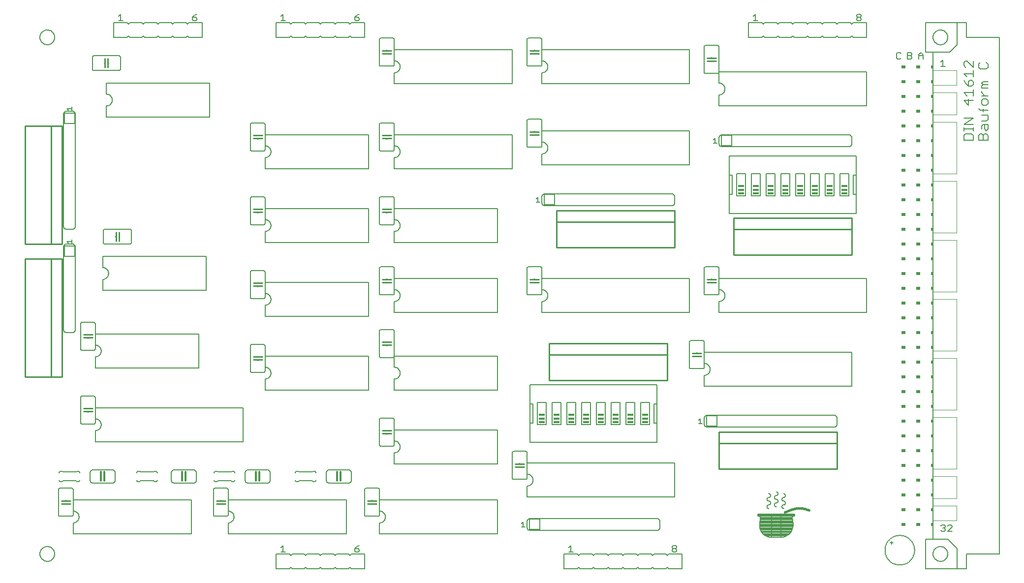
<source format=gto>
G75*
G70*
%OFA0B0*%
%FSLAX24Y24*%
%IPPOS*%
%LPD*%
%AMOC8*
5,1,8,0,0,1.08239X$1,22.5*
%
%ADD10C,0.0060*%
%ADD11C,0.0050*%
%ADD12C,0.0120*%
%ADD13C,0.0070*%
%ADD14R,0.0150X0.0200*%
%ADD15C,0.0020*%
%ADD16R,0.0300X0.0200*%
%ADD17C,0.0100*%
%ADD18R,0.0400X0.0150*%
%ADD19C,0.0080*%
%ADD20C,0.0160*%
D10*
X005848Y009620D02*
X005850Y009664D01*
X005856Y009708D01*
X005866Y009751D01*
X005879Y009793D01*
X005896Y009834D01*
X005917Y009873D01*
X005941Y009910D01*
X005968Y009945D01*
X005998Y009977D01*
X006031Y010007D01*
X006067Y010033D01*
X006104Y010057D01*
X006144Y010076D01*
X006185Y010093D01*
X006228Y010105D01*
X006271Y010114D01*
X006315Y010119D01*
X006359Y010120D01*
X006403Y010117D01*
X006447Y010110D01*
X006490Y010099D01*
X006532Y010085D01*
X006572Y010067D01*
X006611Y010045D01*
X006647Y010021D01*
X006681Y009993D01*
X006713Y009962D01*
X006742Y009928D01*
X006768Y009892D01*
X006790Y009854D01*
X006809Y009814D01*
X006824Y009772D01*
X006836Y009730D01*
X006844Y009686D01*
X006848Y009642D01*
X006848Y009598D01*
X006844Y009554D01*
X006836Y009510D01*
X006824Y009468D01*
X006809Y009426D01*
X006790Y009386D01*
X006768Y009348D01*
X006742Y009312D01*
X006713Y009278D01*
X006681Y009247D01*
X006647Y009219D01*
X006611Y009195D01*
X006572Y009173D01*
X006532Y009155D01*
X006490Y009141D01*
X006447Y009130D01*
X006403Y009123D01*
X006359Y009120D01*
X006315Y009121D01*
X006271Y009126D01*
X006228Y009135D01*
X006185Y009147D01*
X006144Y009164D01*
X006104Y009183D01*
X006067Y009207D01*
X006031Y009233D01*
X005998Y009263D01*
X005968Y009295D01*
X005941Y009330D01*
X005917Y009367D01*
X005896Y009406D01*
X005879Y009447D01*
X005866Y009489D01*
X005856Y009532D01*
X005850Y009576D01*
X005848Y009620D01*
X008098Y010970D02*
X008098Y011720D01*
X008137Y011722D01*
X008176Y011728D01*
X008214Y011737D01*
X008251Y011750D01*
X008287Y011767D01*
X008320Y011787D01*
X008352Y011811D01*
X008381Y011837D01*
X008407Y011866D01*
X008431Y011898D01*
X008451Y011931D01*
X008468Y011967D01*
X008481Y012004D01*
X008490Y012042D01*
X008496Y012081D01*
X008498Y012120D01*
X008496Y012159D01*
X008490Y012198D01*
X008481Y012236D01*
X008468Y012273D01*
X008451Y012309D01*
X008431Y012342D01*
X008407Y012374D01*
X008381Y012403D01*
X008352Y012429D01*
X008320Y012453D01*
X008287Y012473D01*
X008251Y012490D01*
X008214Y012503D01*
X008176Y012512D01*
X008137Y012518D01*
X008098Y012520D01*
X008098Y013270D01*
X016098Y013270D01*
X016098Y010970D01*
X008098Y010970D01*
X007998Y012170D02*
X007198Y012170D01*
X007181Y012172D01*
X007164Y012176D01*
X007148Y012183D01*
X007134Y012193D01*
X007121Y012206D01*
X007111Y012220D01*
X007104Y012236D01*
X007100Y012253D01*
X007098Y012270D01*
X007098Y013970D01*
X007100Y013987D01*
X007104Y014004D01*
X007111Y014020D01*
X007121Y014034D01*
X007134Y014047D01*
X007148Y014057D01*
X007164Y014064D01*
X007181Y014068D01*
X007198Y014070D01*
X007998Y014070D01*
X008015Y014068D01*
X008032Y014064D01*
X008048Y014057D01*
X008062Y014047D01*
X008075Y014034D01*
X008085Y014020D01*
X008092Y014004D01*
X008096Y013987D01*
X008098Y013970D01*
X008098Y012270D01*
X008096Y012253D01*
X008092Y012236D01*
X008085Y012220D01*
X008075Y012206D01*
X008062Y012193D01*
X008048Y012183D01*
X008032Y012176D01*
X008015Y012172D01*
X007998Y012170D01*
X007598Y012970D02*
X007598Y013020D01*
X007598Y013220D02*
X007598Y013270D01*
X007348Y014520D02*
X007248Y014520D01*
X007231Y014522D01*
X007214Y014526D01*
X007198Y014533D01*
X007184Y014543D01*
X007171Y014556D01*
X007161Y014570D01*
X007154Y014586D01*
X007150Y014603D01*
X007148Y014620D01*
X007348Y014520D02*
X007398Y014570D01*
X008298Y014570D01*
X008348Y014520D01*
X008448Y014520D01*
X008465Y014522D01*
X008482Y014526D01*
X008498Y014533D01*
X008512Y014543D01*
X008525Y014556D01*
X008535Y014570D01*
X008542Y014586D01*
X008546Y014603D01*
X008548Y014620D01*
X008548Y015120D02*
X008546Y015137D01*
X008542Y015154D01*
X008535Y015170D01*
X008525Y015184D01*
X008512Y015197D01*
X008498Y015207D01*
X008482Y015214D01*
X008465Y015218D01*
X008448Y015220D01*
X008348Y015220D01*
X008298Y015170D01*
X007398Y015170D01*
X007348Y015220D01*
X007248Y015220D01*
X007231Y015218D01*
X007214Y015214D01*
X007198Y015207D01*
X007184Y015197D01*
X007171Y015184D01*
X007161Y015170D01*
X007154Y015154D01*
X007150Y015137D01*
X007148Y015120D01*
X009248Y015120D02*
X009248Y014620D01*
X009250Y014594D01*
X009255Y014568D01*
X009263Y014543D01*
X009275Y014520D01*
X009289Y014498D01*
X009307Y014479D01*
X009326Y014461D01*
X009348Y014447D01*
X009371Y014435D01*
X009396Y014427D01*
X009422Y014422D01*
X009448Y014420D01*
X010748Y014420D01*
X010774Y014422D01*
X010800Y014427D01*
X010825Y014435D01*
X010848Y014447D01*
X010870Y014461D01*
X010889Y014479D01*
X010907Y014498D01*
X010921Y014520D01*
X010933Y014543D01*
X010941Y014568D01*
X010946Y014594D01*
X010948Y014620D01*
X010948Y015120D01*
X010946Y015146D01*
X010941Y015172D01*
X010933Y015197D01*
X010921Y015220D01*
X010907Y015242D01*
X010889Y015261D01*
X010870Y015279D01*
X010848Y015293D01*
X010825Y015305D01*
X010800Y015313D01*
X010774Y015318D01*
X010748Y015320D01*
X009448Y015320D01*
X009422Y015318D01*
X009396Y015313D01*
X009371Y015305D01*
X009348Y015293D01*
X009326Y015279D01*
X009307Y015261D01*
X009289Y015242D01*
X009275Y015220D01*
X009263Y015197D01*
X009255Y015172D01*
X009250Y015146D01*
X009248Y015120D01*
X009598Y017220D02*
X009598Y017970D01*
X009637Y017972D01*
X009676Y017978D01*
X009714Y017987D01*
X009751Y018000D01*
X009787Y018017D01*
X009820Y018037D01*
X009852Y018061D01*
X009881Y018087D01*
X009907Y018116D01*
X009931Y018148D01*
X009951Y018181D01*
X009968Y018217D01*
X009981Y018254D01*
X009990Y018292D01*
X009996Y018331D01*
X009998Y018370D01*
X009996Y018409D01*
X009990Y018448D01*
X009981Y018486D01*
X009968Y018523D01*
X009951Y018559D01*
X009931Y018592D01*
X009907Y018624D01*
X009881Y018653D01*
X009852Y018679D01*
X009820Y018703D01*
X009787Y018723D01*
X009751Y018740D01*
X009714Y018753D01*
X009676Y018762D01*
X009637Y018768D01*
X009598Y018770D01*
X009598Y019520D01*
X019598Y019520D01*
X019598Y017220D01*
X009598Y017220D01*
X009498Y018420D02*
X008698Y018420D01*
X008681Y018422D01*
X008664Y018426D01*
X008648Y018433D01*
X008634Y018443D01*
X008621Y018456D01*
X008611Y018470D01*
X008604Y018486D01*
X008600Y018503D01*
X008598Y018520D01*
X008598Y020220D01*
X008600Y020237D01*
X008604Y020254D01*
X008611Y020270D01*
X008621Y020284D01*
X008634Y020297D01*
X008648Y020307D01*
X008664Y020314D01*
X008681Y020318D01*
X008698Y020320D01*
X009498Y020320D01*
X009515Y020318D01*
X009532Y020314D01*
X009548Y020307D01*
X009562Y020297D01*
X009575Y020284D01*
X009585Y020270D01*
X009592Y020254D01*
X009596Y020237D01*
X009598Y020220D01*
X009598Y018520D01*
X009596Y018503D01*
X009592Y018486D01*
X009585Y018470D01*
X009575Y018456D01*
X009562Y018443D01*
X009548Y018433D01*
X009532Y018426D01*
X009515Y018422D01*
X009498Y018420D01*
X009098Y019220D02*
X009098Y019270D01*
X009098Y019470D02*
X009098Y019520D01*
X009598Y022220D02*
X009598Y022970D01*
X009637Y022972D01*
X009676Y022978D01*
X009714Y022987D01*
X009751Y023000D01*
X009787Y023017D01*
X009820Y023037D01*
X009852Y023061D01*
X009881Y023087D01*
X009907Y023116D01*
X009931Y023148D01*
X009951Y023181D01*
X009968Y023217D01*
X009981Y023254D01*
X009990Y023292D01*
X009996Y023331D01*
X009998Y023370D01*
X009996Y023409D01*
X009990Y023448D01*
X009981Y023486D01*
X009968Y023523D01*
X009951Y023559D01*
X009931Y023592D01*
X009907Y023624D01*
X009881Y023653D01*
X009852Y023679D01*
X009820Y023703D01*
X009787Y023723D01*
X009751Y023740D01*
X009714Y023753D01*
X009676Y023762D01*
X009637Y023768D01*
X009598Y023770D01*
X009598Y024520D01*
X016598Y024520D01*
X016598Y022220D01*
X009598Y022220D01*
X009498Y023420D02*
X008698Y023420D01*
X008681Y023422D01*
X008664Y023426D01*
X008648Y023433D01*
X008634Y023443D01*
X008621Y023456D01*
X008611Y023470D01*
X008604Y023486D01*
X008600Y023503D01*
X008598Y023520D01*
X008598Y025220D01*
X008600Y025237D01*
X008604Y025254D01*
X008611Y025270D01*
X008621Y025284D01*
X008634Y025297D01*
X008648Y025307D01*
X008664Y025314D01*
X008681Y025318D01*
X008698Y025320D01*
X009498Y025320D01*
X009515Y025318D01*
X009532Y025314D01*
X009548Y025307D01*
X009562Y025297D01*
X009575Y025284D01*
X009585Y025270D01*
X009592Y025254D01*
X009596Y025237D01*
X009598Y025220D01*
X009598Y023520D01*
X009596Y023503D01*
X009592Y023486D01*
X009585Y023470D01*
X009575Y023456D01*
X009562Y023443D01*
X009548Y023433D01*
X009532Y023426D01*
X009515Y023422D01*
X009498Y023420D01*
X009098Y024220D02*
X009098Y024270D01*
X009098Y024470D02*
X009098Y024520D01*
X008248Y024820D02*
X008248Y030420D01*
X008198Y030470D02*
X007498Y030470D01*
X007498Y029770D01*
X008198Y029770D01*
X008198Y030470D01*
X008248Y030420D02*
X008246Y030446D01*
X008241Y030472D01*
X008233Y030497D01*
X008221Y030520D01*
X008207Y030542D01*
X008189Y030561D01*
X008170Y030579D01*
X008148Y030593D01*
X008125Y030605D01*
X008100Y030613D01*
X008074Y030618D01*
X008048Y030620D01*
X007648Y030620D01*
X007622Y030618D01*
X007596Y030613D01*
X007571Y030605D01*
X007548Y030593D01*
X007526Y030579D01*
X007507Y030561D01*
X007489Y030542D01*
X007475Y030520D01*
X007463Y030497D01*
X007455Y030472D01*
X007450Y030446D01*
X007448Y030420D01*
X007448Y024820D01*
X007450Y024794D01*
X007455Y024768D01*
X007463Y024743D01*
X007475Y024720D01*
X007489Y024698D01*
X007507Y024679D01*
X007526Y024661D01*
X007548Y024647D01*
X007571Y024635D01*
X007596Y024627D01*
X007622Y024622D01*
X007648Y024620D01*
X008048Y024620D01*
X008074Y024622D01*
X008100Y024627D01*
X008125Y024635D01*
X008148Y024647D01*
X008170Y024661D01*
X008189Y024679D01*
X008207Y024698D01*
X008221Y024720D01*
X008233Y024743D01*
X008241Y024768D01*
X008246Y024794D01*
X008248Y024820D01*
X010098Y027470D02*
X010098Y028220D01*
X010137Y028222D01*
X010176Y028228D01*
X010214Y028237D01*
X010251Y028250D01*
X010287Y028267D01*
X010320Y028287D01*
X010352Y028311D01*
X010381Y028337D01*
X010407Y028366D01*
X010431Y028398D01*
X010451Y028431D01*
X010468Y028467D01*
X010481Y028504D01*
X010490Y028542D01*
X010496Y028581D01*
X010498Y028620D01*
X010496Y028659D01*
X010490Y028698D01*
X010481Y028736D01*
X010468Y028773D01*
X010451Y028809D01*
X010431Y028842D01*
X010407Y028874D01*
X010381Y028903D01*
X010352Y028929D01*
X010320Y028953D01*
X010287Y028973D01*
X010251Y028990D01*
X010214Y029003D01*
X010176Y029012D01*
X010137Y029018D01*
X010098Y029020D01*
X010098Y029770D01*
X017098Y029770D01*
X017098Y027470D01*
X010098Y027470D01*
X010248Y030620D02*
X011948Y030620D01*
X011965Y030622D01*
X011982Y030626D01*
X011998Y030633D01*
X012012Y030643D01*
X012025Y030656D01*
X012035Y030670D01*
X012042Y030686D01*
X012046Y030703D01*
X012048Y030720D01*
X012048Y031520D01*
X012046Y031537D01*
X012042Y031554D01*
X012035Y031570D01*
X012025Y031584D01*
X012012Y031597D01*
X011998Y031607D01*
X011982Y031614D01*
X011965Y031618D01*
X011948Y031620D01*
X010248Y031620D01*
X010231Y031618D01*
X010214Y031614D01*
X010198Y031607D01*
X010184Y031597D01*
X010171Y031584D01*
X010161Y031570D01*
X010154Y031554D01*
X010150Y031537D01*
X010148Y031520D01*
X010148Y030720D01*
X010150Y030703D01*
X010154Y030686D01*
X010161Y030670D01*
X010171Y030656D01*
X010184Y030643D01*
X010198Y030633D01*
X010214Y030626D01*
X010231Y030622D01*
X010248Y030620D01*
X010948Y031120D02*
X010998Y031120D01*
X011198Y031120D02*
X011248Y031120D01*
X008248Y031820D02*
X008248Y039420D01*
X008198Y039470D02*
X008198Y038770D01*
X007498Y038770D01*
X007498Y039470D01*
X008198Y039470D01*
X008248Y039420D02*
X008246Y039446D01*
X008241Y039472D01*
X008233Y039497D01*
X008221Y039520D01*
X008207Y039542D01*
X008189Y039561D01*
X008170Y039579D01*
X008148Y039593D01*
X008125Y039605D01*
X008100Y039613D01*
X008074Y039618D01*
X008048Y039620D01*
X007648Y039620D01*
X007622Y039618D01*
X007596Y039613D01*
X007571Y039605D01*
X007548Y039593D01*
X007526Y039579D01*
X007507Y039561D01*
X007489Y039542D01*
X007475Y039520D01*
X007463Y039497D01*
X007455Y039472D01*
X007450Y039446D01*
X007448Y039420D01*
X007448Y031820D01*
X007450Y031794D01*
X007455Y031768D01*
X007463Y031743D01*
X007475Y031720D01*
X007489Y031698D01*
X007507Y031679D01*
X007526Y031661D01*
X007548Y031647D01*
X007571Y031635D01*
X007596Y031627D01*
X007622Y031622D01*
X007648Y031620D01*
X008048Y031620D01*
X008074Y031622D01*
X008100Y031627D01*
X008125Y031635D01*
X008148Y031647D01*
X008170Y031661D01*
X008189Y031679D01*
X008207Y031698D01*
X008221Y031720D01*
X008233Y031743D01*
X008241Y031768D01*
X008246Y031794D01*
X008248Y031820D01*
X010348Y039220D02*
X010348Y039970D01*
X010387Y039972D01*
X010426Y039978D01*
X010464Y039987D01*
X010501Y040000D01*
X010537Y040017D01*
X010570Y040037D01*
X010602Y040061D01*
X010631Y040087D01*
X010657Y040116D01*
X010681Y040148D01*
X010701Y040181D01*
X010718Y040217D01*
X010731Y040254D01*
X010740Y040292D01*
X010746Y040331D01*
X010748Y040370D01*
X010746Y040409D01*
X010740Y040448D01*
X010731Y040486D01*
X010718Y040523D01*
X010701Y040559D01*
X010681Y040592D01*
X010657Y040624D01*
X010631Y040653D01*
X010602Y040679D01*
X010570Y040703D01*
X010537Y040723D01*
X010501Y040740D01*
X010464Y040753D01*
X010426Y040762D01*
X010387Y040768D01*
X010348Y040770D01*
X010348Y041520D01*
X017348Y041520D01*
X017348Y039220D01*
X010348Y039220D01*
X011198Y042370D02*
X009498Y042370D01*
X009481Y042372D01*
X009464Y042376D01*
X009448Y042383D01*
X009434Y042393D01*
X009421Y042406D01*
X009411Y042420D01*
X009404Y042436D01*
X009400Y042453D01*
X009398Y042470D01*
X009398Y043270D01*
X009400Y043287D01*
X009404Y043304D01*
X009411Y043320D01*
X009421Y043334D01*
X009434Y043347D01*
X009448Y043357D01*
X009464Y043364D01*
X009481Y043368D01*
X009498Y043370D01*
X011198Y043370D01*
X011215Y043368D01*
X011232Y043364D01*
X011248Y043357D01*
X011262Y043347D01*
X011275Y043334D01*
X011285Y043320D01*
X011292Y043304D01*
X011296Y043287D01*
X011298Y043270D01*
X011298Y042470D01*
X011296Y042453D01*
X011292Y042436D01*
X011285Y042420D01*
X011275Y042406D01*
X011262Y042393D01*
X011248Y042383D01*
X011232Y042376D01*
X011215Y042372D01*
X011198Y042370D01*
X010498Y042870D02*
X010448Y042870D01*
X010248Y042870D02*
X010198Y042870D01*
X010848Y044620D02*
X011748Y044620D01*
X011848Y044720D01*
X011948Y044620D01*
X012748Y044620D01*
X012848Y044720D01*
X012948Y044620D01*
X013748Y044620D01*
X013848Y044720D01*
X013948Y044620D01*
X014748Y044620D01*
X014848Y044720D01*
X014948Y044620D01*
X015748Y044620D01*
X015848Y044720D01*
X015948Y044620D01*
X016848Y044620D01*
X016848Y045620D01*
X015948Y045620D01*
X015848Y045520D01*
X015748Y045620D01*
X014948Y045620D01*
X014848Y045520D01*
X014748Y045620D01*
X013948Y045620D01*
X013848Y045520D01*
X013748Y045620D01*
X012948Y045620D01*
X012848Y045520D01*
X012748Y045620D01*
X011948Y045620D01*
X011848Y045520D01*
X011748Y045620D01*
X010848Y045620D01*
X010848Y044620D01*
X005848Y044620D02*
X005850Y044664D01*
X005856Y044708D01*
X005866Y044751D01*
X005879Y044793D01*
X005896Y044834D01*
X005917Y044873D01*
X005941Y044910D01*
X005968Y044945D01*
X005998Y044977D01*
X006031Y045007D01*
X006067Y045033D01*
X006104Y045057D01*
X006144Y045076D01*
X006185Y045093D01*
X006228Y045105D01*
X006271Y045114D01*
X006315Y045119D01*
X006359Y045120D01*
X006403Y045117D01*
X006447Y045110D01*
X006490Y045099D01*
X006532Y045085D01*
X006572Y045067D01*
X006611Y045045D01*
X006647Y045021D01*
X006681Y044993D01*
X006713Y044962D01*
X006742Y044928D01*
X006768Y044892D01*
X006790Y044854D01*
X006809Y044814D01*
X006824Y044772D01*
X006836Y044730D01*
X006844Y044686D01*
X006848Y044642D01*
X006848Y044598D01*
X006844Y044554D01*
X006836Y044510D01*
X006824Y044468D01*
X006809Y044426D01*
X006790Y044386D01*
X006768Y044348D01*
X006742Y044312D01*
X006713Y044278D01*
X006681Y044247D01*
X006647Y044219D01*
X006611Y044195D01*
X006572Y044173D01*
X006532Y044155D01*
X006490Y044141D01*
X006447Y044130D01*
X006403Y044123D01*
X006359Y044120D01*
X006315Y044121D01*
X006271Y044126D01*
X006228Y044135D01*
X006185Y044147D01*
X006144Y044164D01*
X006104Y044183D01*
X006067Y044207D01*
X006031Y044233D01*
X005998Y044263D01*
X005968Y044295D01*
X005941Y044330D01*
X005917Y044367D01*
X005896Y044406D01*
X005879Y044447D01*
X005866Y044489D01*
X005856Y044532D01*
X005850Y044576D01*
X005848Y044620D01*
X020098Y038720D02*
X020098Y037020D01*
X020100Y037003D01*
X020104Y036986D01*
X020111Y036970D01*
X020121Y036956D01*
X020134Y036943D01*
X020148Y036933D01*
X020164Y036926D01*
X020181Y036922D01*
X020198Y036920D01*
X020998Y036920D01*
X021015Y036922D01*
X021032Y036926D01*
X021048Y036933D01*
X021062Y036943D01*
X021075Y036956D01*
X021085Y036970D01*
X021092Y036986D01*
X021096Y037003D01*
X021098Y037020D01*
X021098Y038720D01*
X021096Y038737D01*
X021092Y038754D01*
X021085Y038770D01*
X021075Y038784D01*
X021062Y038797D01*
X021048Y038807D01*
X021032Y038814D01*
X021015Y038818D01*
X020998Y038820D01*
X020198Y038820D01*
X020181Y038818D01*
X020164Y038814D01*
X020148Y038807D01*
X020134Y038797D01*
X020121Y038784D01*
X020111Y038770D01*
X020104Y038754D01*
X020100Y038737D01*
X020098Y038720D01*
X020598Y038020D02*
X020598Y037970D01*
X020598Y037770D02*
X020598Y037720D01*
X021098Y038020D02*
X021098Y037270D01*
X021137Y037268D01*
X021176Y037262D01*
X021214Y037253D01*
X021251Y037240D01*
X021287Y037223D01*
X021320Y037203D01*
X021352Y037179D01*
X021381Y037153D01*
X021407Y037124D01*
X021431Y037092D01*
X021451Y037059D01*
X021468Y037023D01*
X021481Y036986D01*
X021490Y036948D01*
X021496Y036909D01*
X021498Y036870D01*
X021496Y036831D01*
X021490Y036792D01*
X021481Y036754D01*
X021468Y036717D01*
X021451Y036681D01*
X021431Y036648D01*
X021407Y036616D01*
X021381Y036587D01*
X021352Y036561D01*
X021320Y036537D01*
X021287Y036517D01*
X021251Y036500D01*
X021214Y036487D01*
X021176Y036478D01*
X021137Y036472D01*
X021098Y036470D01*
X021098Y035720D01*
X028098Y035720D01*
X028098Y038020D01*
X021098Y038020D01*
X020998Y033820D02*
X020198Y033820D01*
X020181Y033818D01*
X020164Y033814D01*
X020148Y033807D01*
X020134Y033797D01*
X020121Y033784D01*
X020111Y033770D01*
X020104Y033754D01*
X020100Y033737D01*
X020098Y033720D01*
X020098Y032020D01*
X020100Y032003D01*
X020104Y031986D01*
X020111Y031970D01*
X020121Y031956D01*
X020134Y031943D01*
X020148Y031933D01*
X020164Y031926D01*
X020181Y031922D01*
X020198Y031920D01*
X020998Y031920D01*
X021015Y031922D01*
X021032Y031926D01*
X021048Y031933D01*
X021062Y031943D01*
X021075Y031956D01*
X021085Y031970D01*
X021092Y031986D01*
X021096Y032003D01*
X021098Y032020D01*
X021098Y033720D01*
X021096Y033737D01*
X021092Y033754D01*
X021085Y033770D01*
X021075Y033784D01*
X021062Y033797D01*
X021048Y033807D01*
X021032Y033814D01*
X021015Y033818D01*
X020998Y033820D01*
X021098Y033020D02*
X021098Y032270D01*
X021137Y032268D01*
X021176Y032262D01*
X021214Y032253D01*
X021251Y032240D01*
X021287Y032223D01*
X021320Y032203D01*
X021352Y032179D01*
X021381Y032153D01*
X021407Y032124D01*
X021431Y032092D01*
X021451Y032059D01*
X021468Y032023D01*
X021481Y031986D01*
X021490Y031948D01*
X021496Y031909D01*
X021498Y031870D01*
X021496Y031831D01*
X021490Y031792D01*
X021481Y031754D01*
X021468Y031717D01*
X021451Y031681D01*
X021431Y031648D01*
X021407Y031616D01*
X021381Y031587D01*
X021352Y031561D01*
X021320Y031537D01*
X021287Y031517D01*
X021251Y031500D01*
X021214Y031487D01*
X021176Y031478D01*
X021137Y031472D01*
X021098Y031470D01*
X021098Y030720D01*
X028098Y030720D01*
X028098Y033020D01*
X021098Y033020D01*
X020598Y033020D02*
X020598Y032970D01*
X020598Y032770D02*
X020598Y032720D01*
X020198Y028820D02*
X020998Y028820D01*
X021015Y028818D01*
X021032Y028814D01*
X021048Y028807D01*
X021062Y028797D01*
X021075Y028784D01*
X021085Y028770D01*
X021092Y028754D01*
X021096Y028737D01*
X021098Y028720D01*
X021098Y027020D01*
X021096Y027003D01*
X021092Y026986D01*
X021085Y026970D01*
X021075Y026956D01*
X021062Y026943D01*
X021048Y026933D01*
X021032Y026926D01*
X021015Y026922D01*
X020998Y026920D01*
X020198Y026920D01*
X020181Y026922D01*
X020164Y026926D01*
X020148Y026933D01*
X020134Y026943D01*
X020121Y026956D01*
X020111Y026970D01*
X020104Y026986D01*
X020100Y027003D01*
X020098Y027020D01*
X020098Y028720D01*
X020100Y028737D01*
X020104Y028754D01*
X020111Y028770D01*
X020121Y028784D01*
X020134Y028797D01*
X020148Y028807D01*
X020164Y028814D01*
X020181Y028818D01*
X020198Y028820D01*
X020598Y028020D02*
X020598Y027970D01*
X020598Y027770D02*
X020598Y027720D01*
X021098Y028020D02*
X021098Y027270D01*
X021137Y027268D01*
X021176Y027262D01*
X021214Y027253D01*
X021251Y027240D01*
X021287Y027223D01*
X021320Y027203D01*
X021352Y027179D01*
X021381Y027153D01*
X021407Y027124D01*
X021431Y027092D01*
X021451Y027059D01*
X021468Y027023D01*
X021481Y026986D01*
X021490Y026948D01*
X021496Y026909D01*
X021498Y026870D01*
X021496Y026831D01*
X021490Y026792D01*
X021481Y026754D01*
X021468Y026717D01*
X021451Y026681D01*
X021431Y026648D01*
X021407Y026616D01*
X021381Y026587D01*
X021352Y026561D01*
X021320Y026537D01*
X021287Y026517D01*
X021251Y026500D01*
X021214Y026487D01*
X021176Y026478D01*
X021137Y026472D01*
X021098Y026470D01*
X021098Y025720D01*
X028098Y025720D01*
X028098Y028020D01*
X021098Y028020D01*
X020998Y023820D02*
X020198Y023820D01*
X020181Y023818D01*
X020164Y023814D01*
X020148Y023807D01*
X020134Y023797D01*
X020121Y023784D01*
X020111Y023770D01*
X020104Y023754D01*
X020100Y023737D01*
X020098Y023720D01*
X020098Y022020D01*
X020100Y022003D01*
X020104Y021986D01*
X020111Y021970D01*
X020121Y021956D01*
X020134Y021943D01*
X020148Y021933D01*
X020164Y021926D01*
X020181Y021922D01*
X020198Y021920D01*
X020998Y021920D01*
X021015Y021922D01*
X021032Y021926D01*
X021048Y021933D01*
X021062Y021943D01*
X021075Y021956D01*
X021085Y021970D01*
X021092Y021986D01*
X021096Y022003D01*
X021098Y022020D01*
X021098Y023720D01*
X021096Y023737D01*
X021092Y023754D01*
X021085Y023770D01*
X021075Y023784D01*
X021062Y023797D01*
X021048Y023807D01*
X021032Y023814D01*
X021015Y023818D01*
X020998Y023820D01*
X021098Y023020D02*
X021098Y022270D01*
X021137Y022268D01*
X021176Y022262D01*
X021214Y022253D01*
X021251Y022240D01*
X021287Y022223D01*
X021320Y022203D01*
X021352Y022179D01*
X021381Y022153D01*
X021407Y022124D01*
X021431Y022092D01*
X021451Y022059D01*
X021468Y022023D01*
X021481Y021986D01*
X021490Y021948D01*
X021496Y021909D01*
X021498Y021870D01*
X021496Y021831D01*
X021490Y021792D01*
X021481Y021754D01*
X021468Y021717D01*
X021451Y021681D01*
X021431Y021648D01*
X021407Y021616D01*
X021381Y021587D01*
X021352Y021561D01*
X021320Y021537D01*
X021287Y021517D01*
X021251Y021500D01*
X021214Y021487D01*
X021176Y021478D01*
X021137Y021472D01*
X021098Y021470D01*
X021098Y020720D01*
X028098Y020720D01*
X028098Y023020D01*
X021098Y023020D01*
X020598Y023020D02*
X020598Y022970D01*
X020598Y022770D02*
X020598Y022720D01*
X028848Y023020D02*
X028848Y024720D01*
X028850Y024737D01*
X028854Y024754D01*
X028861Y024770D01*
X028871Y024784D01*
X028884Y024797D01*
X028898Y024807D01*
X028914Y024814D01*
X028931Y024818D01*
X028948Y024820D01*
X029748Y024820D01*
X029765Y024818D01*
X029782Y024814D01*
X029798Y024807D01*
X029812Y024797D01*
X029825Y024784D01*
X029835Y024770D01*
X029842Y024754D01*
X029846Y024737D01*
X029848Y024720D01*
X029848Y023020D01*
X029848Y022270D01*
X029887Y022268D01*
X029926Y022262D01*
X029964Y022253D01*
X030001Y022240D01*
X030037Y022223D01*
X030070Y022203D01*
X030102Y022179D01*
X030131Y022153D01*
X030157Y022124D01*
X030181Y022092D01*
X030201Y022059D01*
X030218Y022023D01*
X030231Y021986D01*
X030240Y021948D01*
X030246Y021909D01*
X030248Y021870D01*
X030246Y021831D01*
X030240Y021792D01*
X030231Y021754D01*
X030218Y021717D01*
X030201Y021681D01*
X030181Y021648D01*
X030157Y021616D01*
X030131Y021587D01*
X030102Y021561D01*
X030070Y021537D01*
X030037Y021517D01*
X030001Y021500D01*
X029964Y021487D01*
X029926Y021478D01*
X029887Y021472D01*
X029848Y021470D01*
X029848Y020720D01*
X036848Y020720D01*
X036848Y023020D01*
X029848Y023020D01*
X029846Y023003D01*
X029842Y022986D01*
X029835Y022970D01*
X029825Y022956D01*
X029812Y022943D01*
X029798Y022933D01*
X029782Y022926D01*
X029765Y022922D01*
X029748Y022920D01*
X028948Y022920D01*
X028931Y022922D01*
X028914Y022926D01*
X028898Y022933D01*
X028884Y022943D01*
X028871Y022956D01*
X028861Y022970D01*
X028854Y022986D01*
X028850Y023003D01*
X028848Y023020D01*
X029348Y023720D02*
X029348Y023770D01*
X029348Y023970D02*
X029348Y024020D01*
X029848Y025970D02*
X029848Y026720D01*
X029887Y026722D01*
X029926Y026728D01*
X029964Y026737D01*
X030001Y026750D01*
X030037Y026767D01*
X030070Y026787D01*
X030102Y026811D01*
X030131Y026837D01*
X030157Y026866D01*
X030181Y026898D01*
X030201Y026931D01*
X030218Y026967D01*
X030231Y027004D01*
X030240Y027042D01*
X030246Y027081D01*
X030248Y027120D01*
X030246Y027159D01*
X030240Y027198D01*
X030231Y027236D01*
X030218Y027273D01*
X030201Y027309D01*
X030181Y027342D01*
X030157Y027374D01*
X030131Y027403D01*
X030102Y027429D01*
X030070Y027453D01*
X030037Y027473D01*
X030001Y027490D01*
X029964Y027503D01*
X029926Y027512D01*
X029887Y027518D01*
X029848Y027520D01*
X029848Y028270D01*
X036848Y028270D01*
X036848Y025970D01*
X029848Y025970D01*
X029748Y027170D02*
X028948Y027170D01*
X028931Y027172D01*
X028914Y027176D01*
X028898Y027183D01*
X028884Y027193D01*
X028871Y027206D01*
X028861Y027220D01*
X028854Y027236D01*
X028850Y027253D01*
X028848Y027270D01*
X028848Y028970D01*
X028850Y028987D01*
X028854Y029004D01*
X028861Y029020D01*
X028871Y029034D01*
X028884Y029047D01*
X028898Y029057D01*
X028914Y029064D01*
X028931Y029068D01*
X028948Y029070D01*
X029748Y029070D01*
X029765Y029068D01*
X029782Y029064D01*
X029798Y029057D01*
X029812Y029047D01*
X029825Y029034D01*
X029835Y029020D01*
X029842Y029004D01*
X029846Y028987D01*
X029848Y028970D01*
X029848Y027270D01*
X029846Y027253D01*
X029842Y027236D01*
X029835Y027220D01*
X029825Y027206D01*
X029812Y027193D01*
X029798Y027183D01*
X029782Y027176D01*
X029765Y027172D01*
X029748Y027170D01*
X029348Y027970D02*
X029348Y028020D01*
X029348Y028220D02*
X029348Y028270D01*
X029848Y030720D02*
X029848Y031470D01*
X029887Y031472D01*
X029926Y031478D01*
X029964Y031487D01*
X030001Y031500D01*
X030037Y031517D01*
X030070Y031537D01*
X030102Y031561D01*
X030131Y031587D01*
X030157Y031616D01*
X030181Y031648D01*
X030201Y031681D01*
X030218Y031717D01*
X030231Y031754D01*
X030240Y031792D01*
X030246Y031831D01*
X030248Y031870D01*
X030246Y031909D01*
X030240Y031948D01*
X030231Y031986D01*
X030218Y032023D01*
X030201Y032059D01*
X030181Y032092D01*
X030157Y032124D01*
X030131Y032153D01*
X030102Y032179D01*
X030070Y032203D01*
X030037Y032223D01*
X030001Y032240D01*
X029964Y032253D01*
X029926Y032262D01*
X029887Y032268D01*
X029848Y032270D01*
X029848Y033020D01*
X036848Y033020D01*
X036848Y030720D01*
X029848Y030720D01*
X029748Y031920D02*
X028948Y031920D01*
X028931Y031922D01*
X028914Y031926D01*
X028898Y031933D01*
X028884Y031943D01*
X028871Y031956D01*
X028861Y031970D01*
X028854Y031986D01*
X028850Y032003D01*
X028848Y032020D01*
X028848Y033720D01*
X028850Y033737D01*
X028854Y033754D01*
X028861Y033770D01*
X028871Y033784D01*
X028884Y033797D01*
X028898Y033807D01*
X028914Y033814D01*
X028931Y033818D01*
X028948Y033820D01*
X029748Y033820D01*
X029765Y033818D01*
X029782Y033814D01*
X029798Y033807D01*
X029812Y033797D01*
X029825Y033784D01*
X029835Y033770D01*
X029842Y033754D01*
X029846Y033737D01*
X029848Y033720D01*
X029848Y032020D01*
X029846Y032003D01*
X029842Y031986D01*
X029835Y031970D01*
X029825Y031956D01*
X029812Y031943D01*
X029798Y031933D01*
X029782Y031926D01*
X029765Y031922D01*
X029748Y031920D01*
X029348Y032720D02*
X029348Y032770D01*
X029348Y032970D02*
X029348Y033020D01*
X029848Y035720D02*
X029848Y036470D01*
X029887Y036472D01*
X029926Y036478D01*
X029964Y036487D01*
X030001Y036500D01*
X030037Y036517D01*
X030070Y036537D01*
X030102Y036561D01*
X030131Y036587D01*
X030157Y036616D01*
X030181Y036648D01*
X030201Y036681D01*
X030218Y036717D01*
X030231Y036754D01*
X030240Y036792D01*
X030246Y036831D01*
X030248Y036870D01*
X030246Y036909D01*
X030240Y036948D01*
X030231Y036986D01*
X030218Y037023D01*
X030201Y037059D01*
X030181Y037092D01*
X030157Y037124D01*
X030131Y037153D01*
X030102Y037179D01*
X030070Y037203D01*
X030037Y037223D01*
X030001Y037240D01*
X029964Y037253D01*
X029926Y037262D01*
X029887Y037268D01*
X029848Y037270D01*
X029848Y038020D01*
X037848Y038020D01*
X037848Y035720D01*
X029848Y035720D01*
X029748Y036920D02*
X028948Y036920D01*
X028931Y036922D01*
X028914Y036926D01*
X028898Y036933D01*
X028884Y036943D01*
X028871Y036956D01*
X028861Y036970D01*
X028854Y036986D01*
X028850Y037003D01*
X028848Y037020D01*
X028848Y038720D01*
X028850Y038737D01*
X028854Y038754D01*
X028861Y038770D01*
X028871Y038784D01*
X028884Y038797D01*
X028898Y038807D01*
X028914Y038814D01*
X028931Y038818D01*
X028948Y038820D01*
X029748Y038820D01*
X029765Y038818D01*
X029782Y038814D01*
X029798Y038807D01*
X029812Y038797D01*
X029825Y038784D01*
X029835Y038770D01*
X029842Y038754D01*
X029846Y038737D01*
X029848Y038720D01*
X029848Y037020D01*
X029846Y037003D01*
X029842Y036986D01*
X029835Y036970D01*
X029825Y036956D01*
X029812Y036943D01*
X029798Y036933D01*
X029782Y036926D01*
X029765Y036922D01*
X029748Y036920D01*
X029348Y037720D02*
X029348Y037770D01*
X029348Y037970D02*
X029348Y038020D01*
X029848Y041470D02*
X029848Y042220D01*
X029887Y042222D01*
X029926Y042228D01*
X029964Y042237D01*
X030001Y042250D01*
X030037Y042267D01*
X030070Y042287D01*
X030102Y042311D01*
X030131Y042337D01*
X030157Y042366D01*
X030181Y042398D01*
X030201Y042431D01*
X030218Y042467D01*
X030231Y042504D01*
X030240Y042542D01*
X030246Y042581D01*
X030248Y042620D01*
X030246Y042659D01*
X030240Y042698D01*
X030231Y042736D01*
X030218Y042773D01*
X030201Y042809D01*
X030181Y042842D01*
X030157Y042874D01*
X030131Y042903D01*
X030102Y042929D01*
X030070Y042953D01*
X030037Y042973D01*
X030001Y042990D01*
X029964Y043003D01*
X029926Y043012D01*
X029887Y043018D01*
X029848Y043020D01*
X029848Y043770D01*
X037848Y043770D01*
X037848Y041470D01*
X029848Y041470D01*
X029748Y042670D02*
X028948Y042670D01*
X028931Y042672D01*
X028914Y042676D01*
X028898Y042683D01*
X028884Y042693D01*
X028871Y042706D01*
X028861Y042720D01*
X028854Y042736D01*
X028850Y042753D01*
X028848Y042770D01*
X028848Y044470D01*
X028850Y044487D01*
X028854Y044504D01*
X028861Y044520D01*
X028871Y044534D01*
X028884Y044547D01*
X028898Y044557D01*
X028914Y044564D01*
X028931Y044568D01*
X028948Y044570D01*
X029748Y044570D01*
X029765Y044568D01*
X029782Y044564D01*
X029798Y044557D01*
X029812Y044547D01*
X029825Y044534D01*
X029835Y044520D01*
X029842Y044504D01*
X029846Y044487D01*
X029848Y044470D01*
X029848Y042770D01*
X029846Y042753D01*
X029842Y042736D01*
X029835Y042720D01*
X029825Y042706D01*
X029812Y042693D01*
X029798Y042683D01*
X029782Y042676D01*
X029765Y042672D01*
X029748Y042670D01*
X029348Y043470D02*
X029348Y043520D01*
X029348Y043720D02*
X029348Y043770D01*
X027848Y044620D02*
X027848Y045620D01*
X026948Y045620D01*
X026848Y045520D01*
X026748Y045620D01*
X025948Y045620D01*
X025848Y045520D01*
X025748Y045620D01*
X024948Y045620D01*
X024848Y045520D01*
X024748Y045620D01*
X023948Y045620D01*
X023848Y045520D01*
X023748Y045620D01*
X022948Y045620D01*
X022848Y045520D01*
X022748Y045620D01*
X021848Y045620D01*
X021848Y044620D01*
X022748Y044620D01*
X022848Y044720D01*
X022948Y044620D01*
X023748Y044620D01*
X023848Y044720D01*
X023948Y044620D01*
X024748Y044620D01*
X024848Y044720D01*
X024948Y044620D01*
X025748Y044620D01*
X025848Y044720D01*
X025948Y044620D01*
X026748Y044620D01*
X026848Y044720D01*
X026948Y044620D01*
X027848Y044620D01*
X038848Y044470D02*
X038848Y042770D01*
X038850Y042753D01*
X038854Y042736D01*
X038861Y042720D01*
X038871Y042706D01*
X038884Y042693D01*
X038898Y042683D01*
X038914Y042676D01*
X038931Y042672D01*
X038948Y042670D01*
X039748Y042670D01*
X039765Y042672D01*
X039782Y042676D01*
X039798Y042683D01*
X039812Y042693D01*
X039825Y042706D01*
X039835Y042720D01*
X039842Y042736D01*
X039846Y042753D01*
X039848Y042770D01*
X039848Y044470D01*
X039846Y044487D01*
X039842Y044504D01*
X039835Y044520D01*
X039825Y044534D01*
X039812Y044547D01*
X039798Y044557D01*
X039782Y044564D01*
X039765Y044568D01*
X039748Y044570D01*
X038948Y044570D01*
X038931Y044568D01*
X038914Y044564D01*
X038898Y044557D01*
X038884Y044547D01*
X038871Y044534D01*
X038861Y044520D01*
X038854Y044504D01*
X038850Y044487D01*
X038848Y044470D01*
X039348Y043770D02*
X039348Y043720D01*
X039348Y043520D02*
X039348Y043470D01*
X039848Y043770D02*
X039848Y043020D01*
X039887Y043018D01*
X039926Y043012D01*
X039964Y043003D01*
X040001Y042990D01*
X040037Y042973D01*
X040070Y042953D01*
X040102Y042929D01*
X040131Y042903D01*
X040157Y042874D01*
X040181Y042842D01*
X040201Y042809D01*
X040218Y042773D01*
X040231Y042736D01*
X040240Y042698D01*
X040246Y042659D01*
X040248Y042620D01*
X040246Y042581D01*
X040240Y042542D01*
X040231Y042504D01*
X040218Y042467D01*
X040201Y042431D01*
X040181Y042398D01*
X040157Y042366D01*
X040131Y042337D01*
X040102Y042311D01*
X040070Y042287D01*
X040037Y042267D01*
X040001Y042250D01*
X039964Y042237D01*
X039926Y042228D01*
X039887Y042222D01*
X039848Y042220D01*
X039848Y041470D01*
X049848Y041470D01*
X049848Y043770D01*
X039848Y043770D01*
X039748Y039070D02*
X038948Y039070D01*
X038931Y039068D01*
X038914Y039064D01*
X038898Y039057D01*
X038884Y039047D01*
X038871Y039034D01*
X038861Y039020D01*
X038854Y039004D01*
X038850Y038987D01*
X038848Y038970D01*
X038848Y037270D01*
X038850Y037253D01*
X038854Y037236D01*
X038861Y037220D01*
X038871Y037206D01*
X038884Y037193D01*
X038898Y037183D01*
X038914Y037176D01*
X038931Y037172D01*
X038948Y037170D01*
X039748Y037170D01*
X039765Y037172D01*
X039782Y037176D01*
X039798Y037183D01*
X039812Y037193D01*
X039825Y037206D01*
X039835Y037220D01*
X039842Y037236D01*
X039846Y037253D01*
X039848Y037270D01*
X039848Y038970D01*
X039846Y038987D01*
X039842Y039004D01*
X039835Y039020D01*
X039825Y039034D01*
X039812Y039047D01*
X039798Y039057D01*
X039782Y039064D01*
X039765Y039068D01*
X039748Y039070D01*
X039848Y038270D02*
X039848Y037520D01*
X039887Y037518D01*
X039926Y037512D01*
X039964Y037503D01*
X040001Y037490D01*
X040037Y037473D01*
X040070Y037453D01*
X040102Y037429D01*
X040131Y037403D01*
X040157Y037374D01*
X040181Y037342D01*
X040201Y037309D01*
X040218Y037273D01*
X040231Y037236D01*
X040240Y037198D01*
X040246Y037159D01*
X040248Y037120D01*
X040246Y037081D01*
X040240Y037042D01*
X040231Y037004D01*
X040218Y036967D01*
X040201Y036931D01*
X040181Y036898D01*
X040157Y036866D01*
X040131Y036837D01*
X040102Y036811D01*
X040070Y036787D01*
X040037Y036767D01*
X040001Y036750D01*
X039964Y036737D01*
X039926Y036728D01*
X039887Y036722D01*
X039848Y036720D01*
X039848Y035970D01*
X049848Y035970D01*
X049848Y038270D01*
X039848Y038270D01*
X039348Y038270D02*
X039348Y038220D01*
X039348Y038020D02*
X039348Y037970D01*
X040048Y034020D02*
X048648Y034020D01*
X048674Y034018D01*
X048700Y034013D01*
X048725Y034005D01*
X048748Y033993D01*
X048770Y033979D01*
X048789Y033961D01*
X048807Y033942D01*
X048821Y033920D01*
X048833Y033897D01*
X048841Y033872D01*
X048846Y033846D01*
X048848Y033820D01*
X048848Y033420D01*
X048846Y033394D01*
X048841Y033368D01*
X048833Y033343D01*
X048821Y033320D01*
X048807Y033298D01*
X048789Y033279D01*
X048770Y033261D01*
X048748Y033247D01*
X048725Y033235D01*
X048700Y033227D01*
X048674Y033222D01*
X048648Y033220D01*
X040048Y033220D01*
X039998Y033270D02*
X039998Y033970D01*
X040698Y033970D01*
X040698Y033270D01*
X039998Y033270D01*
X040048Y033220D02*
X040022Y033222D01*
X039996Y033227D01*
X039971Y033235D01*
X039948Y033247D01*
X039926Y033261D01*
X039907Y033279D01*
X039889Y033298D01*
X039875Y033320D01*
X039863Y033343D01*
X039855Y033368D01*
X039850Y033394D01*
X039848Y033420D01*
X039848Y033820D01*
X039850Y033846D01*
X039855Y033872D01*
X039863Y033897D01*
X039875Y033920D01*
X039889Y033942D01*
X039907Y033961D01*
X039926Y033979D01*
X039948Y033993D01*
X039971Y034005D01*
X039996Y034013D01*
X040022Y034018D01*
X040048Y034020D01*
X039748Y029070D02*
X038948Y029070D01*
X038931Y029068D01*
X038914Y029064D01*
X038898Y029057D01*
X038884Y029047D01*
X038871Y029034D01*
X038861Y029020D01*
X038854Y029004D01*
X038850Y028987D01*
X038848Y028970D01*
X038848Y027270D01*
X038850Y027253D01*
X038854Y027236D01*
X038861Y027220D01*
X038871Y027206D01*
X038884Y027193D01*
X038898Y027183D01*
X038914Y027176D01*
X038931Y027172D01*
X038948Y027170D01*
X039748Y027170D01*
X039765Y027172D01*
X039782Y027176D01*
X039798Y027183D01*
X039812Y027193D01*
X039825Y027206D01*
X039835Y027220D01*
X039842Y027236D01*
X039846Y027253D01*
X039848Y027270D01*
X039848Y028970D01*
X039846Y028987D01*
X039842Y029004D01*
X039835Y029020D01*
X039825Y029034D01*
X039812Y029047D01*
X039798Y029057D01*
X039782Y029064D01*
X039765Y029068D01*
X039748Y029070D01*
X039848Y028270D02*
X039848Y027520D01*
X039887Y027518D01*
X039926Y027512D01*
X039964Y027503D01*
X040001Y027490D01*
X040037Y027473D01*
X040070Y027453D01*
X040102Y027429D01*
X040131Y027403D01*
X040157Y027374D01*
X040181Y027342D01*
X040201Y027309D01*
X040218Y027273D01*
X040231Y027236D01*
X040240Y027198D01*
X040246Y027159D01*
X040248Y027120D01*
X040246Y027081D01*
X040240Y027042D01*
X040231Y027004D01*
X040218Y026967D01*
X040201Y026931D01*
X040181Y026898D01*
X040157Y026866D01*
X040131Y026837D01*
X040102Y026811D01*
X040070Y026787D01*
X040037Y026767D01*
X040001Y026750D01*
X039964Y026737D01*
X039926Y026728D01*
X039887Y026722D01*
X039848Y026720D01*
X039848Y025970D01*
X049848Y025970D01*
X049848Y028270D01*
X039848Y028270D01*
X039348Y028270D02*
X039348Y028220D01*
X039348Y028020D02*
X039348Y027970D01*
X039048Y021070D02*
X039048Y019770D01*
X039048Y018470D01*
X039048Y017170D01*
X047648Y017170D01*
X047648Y018470D01*
X047648Y019770D01*
X047648Y021070D01*
X039048Y021070D01*
X039548Y019870D02*
X040148Y019870D01*
X040148Y018370D01*
X039548Y018370D01*
X039548Y019870D01*
X039248Y019770D02*
X039048Y019770D01*
X039248Y019770D02*
X039248Y018470D01*
X039048Y018470D01*
X040548Y018370D02*
X040548Y019870D01*
X041148Y019870D01*
X041148Y018370D01*
X040548Y018370D01*
X041548Y018370D02*
X042148Y018370D01*
X042148Y019870D01*
X041548Y019870D01*
X041548Y018370D01*
X042548Y018370D02*
X043148Y018370D01*
X043148Y019870D01*
X042548Y019870D01*
X042548Y018370D01*
X043548Y018370D02*
X044148Y018370D01*
X044148Y019870D01*
X043548Y019870D01*
X043548Y018370D01*
X044548Y018370D02*
X045148Y018370D01*
X045148Y019870D01*
X044548Y019870D01*
X044548Y018370D01*
X045548Y018370D02*
X046148Y018370D01*
X046148Y019870D01*
X045548Y019870D01*
X045548Y018370D01*
X046548Y018370D02*
X047148Y018370D01*
X047148Y019870D01*
X046548Y019870D01*
X046548Y018370D01*
X047448Y018470D02*
X047648Y018470D01*
X047448Y018470D02*
X047448Y019770D01*
X047648Y019770D01*
X049948Y022170D02*
X050748Y022170D01*
X050765Y022172D01*
X050782Y022176D01*
X050798Y022183D01*
X050812Y022193D01*
X050825Y022206D01*
X050835Y022220D01*
X050842Y022236D01*
X050846Y022253D01*
X050848Y022270D01*
X050848Y023970D01*
X050846Y023987D01*
X050842Y024004D01*
X050835Y024020D01*
X050825Y024034D01*
X050812Y024047D01*
X050798Y024057D01*
X050782Y024064D01*
X050765Y024068D01*
X050748Y024070D01*
X049948Y024070D01*
X049931Y024068D01*
X049914Y024064D01*
X049898Y024057D01*
X049884Y024047D01*
X049871Y024034D01*
X049861Y024020D01*
X049854Y024004D01*
X049850Y023987D01*
X049848Y023970D01*
X049848Y022270D01*
X049850Y022253D01*
X049854Y022236D01*
X049861Y022220D01*
X049871Y022206D01*
X049884Y022193D01*
X049898Y022183D01*
X049914Y022176D01*
X049931Y022172D01*
X049948Y022170D01*
X050848Y022520D02*
X050887Y022518D01*
X050926Y022512D01*
X050964Y022503D01*
X051001Y022490D01*
X051037Y022473D01*
X051070Y022453D01*
X051102Y022429D01*
X051131Y022403D01*
X051157Y022374D01*
X051181Y022342D01*
X051201Y022309D01*
X051218Y022273D01*
X051231Y022236D01*
X051240Y022198D01*
X051246Y022159D01*
X051248Y022120D01*
X051246Y022081D01*
X051240Y022042D01*
X051231Y022004D01*
X051218Y021967D01*
X051201Y021931D01*
X051181Y021898D01*
X051157Y021866D01*
X051131Y021837D01*
X051102Y021811D01*
X051070Y021787D01*
X051037Y021767D01*
X051001Y021750D01*
X050964Y021737D01*
X050926Y021728D01*
X050887Y021722D01*
X050848Y021720D01*
X050848Y020970D01*
X060848Y020970D01*
X060848Y023270D01*
X050848Y023270D01*
X050848Y022520D01*
X050348Y022970D02*
X050348Y023020D01*
X050348Y023220D02*
X050348Y023270D01*
X051848Y025970D02*
X051848Y026720D01*
X051887Y026722D01*
X051926Y026728D01*
X051964Y026737D01*
X052001Y026750D01*
X052037Y026767D01*
X052070Y026787D01*
X052102Y026811D01*
X052131Y026837D01*
X052157Y026866D01*
X052181Y026898D01*
X052201Y026931D01*
X052218Y026967D01*
X052231Y027004D01*
X052240Y027042D01*
X052246Y027081D01*
X052248Y027120D01*
X052246Y027159D01*
X052240Y027198D01*
X052231Y027236D01*
X052218Y027273D01*
X052201Y027309D01*
X052181Y027342D01*
X052157Y027374D01*
X052131Y027403D01*
X052102Y027429D01*
X052070Y027453D01*
X052037Y027473D01*
X052001Y027490D01*
X051964Y027503D01*
X051926Y027512D01*
X051887Y027518D01*
X051848Y027520D01*
X051848Y028270D01*
X061848Y028270D01*
X061848Y025970D01*
X051848Y025970D01*
X051748Y027170D02*
X050948Y027170D01*
X050931Y027172D01*
X050914Y027176D01*
X050898Y027183D01*
X050884Y027193D01*
X050871Y027206D01*
X050861Y027220D01*
X050854Y027236D01*
X050850Y027253D01*
X050848Y027270D01*
X050848Y028970D01*
X050850Y028987D01*
X050854Y029004D01*
X050861Y029020D01*
X050871Y029034D01*
X050884Y029047D01*
X050898Y029057D01*
X050914Y029064D01*
X050931Y029068D01*
X050948Y029070D01*
X051748Y029070D01*
X051765Y029068D01*
X051782Y029064D01*
X051798Y029057D01*
X051812Y029047D01*
X051825Y029034D01*
X051835Y029020D01*
X051842Y029004D01*
X051846Y028987D01*
X051848Y028970D01*
X051848Y027270D01*
X051846Y027253D01*
X051842Y027236D01*
X051835Y027220D01*
X051825Y027206D01*
X051812Y027193D01*
X051798Y027183D01*
X051782Y027176D01*
X051765Y027172D01*
X051748Y027170D01*
X051348Y027970D02*
X051348Y028020D01*
X051348Y028220D02*
X051348Y028270D01*
X052548Y032670D02*
X052548Y033970D01*
X052548Y035270D01*
X052748Y035270D01*
X052748Y033970D01*
X052548Y033970D01*
X053048Y033870D02*
X053648Y033870D01*
X053648Y035370D01*
X053048Y035370D01*
X053048Y033870D01*
X054048Y033870D02*
X054648Y033870D01*
X054648Y035370D01*
X054048Y035370D01*
X054048Y033870D01*
X055048Y033870D02*
X055648Y033870D01*
X055648Y035370D01*
X055048Y035370D01*
X055048Y033870D01*
X056048Y033870D02*
X056648Y033870D01*
X056648Y035370D01*
X056048Y035370D01*
X056048Y033870D01*
X057048Y033870D02*
X057648Y033870D01*
X057648Y035370D01*
X057048Y035370D01*
X057048Y033870D01*
X058048Y033870D02*
X058648Y033870D01*
X058648Y035370D01*
X058048Y035370D01*
X058048Y033870D01*
X059048Y033870D02*
X059648Y033870D01*
X059648Y035370D01*
X059048Y035370D01*
X059048Y033870D01*
X060048Y033870D02*
X060648Y033870D01*
X060648Y035370D01*
X060048Y035370D01*
X060048Y033870D01*
X060948Y033970D02*
X061148Y033970D01*
X061148Y035270D01*
X061148Y036570D01*
X052548Y036570D01*
X052548Y035270D01*
X052698Y037270D02*
X051998Y037270D01*
X051998Y037970D01*
X052698Y037970D01*
X052698Y037270D01*
X052048Y037220D02*
X060648Y037220D01*
X060674Y037222D01*
X060700Y037227D01*
X060725Y037235D01*
X060748Y037247D01*
X060770Y037261D01*
X060789Y037279D01*
X060807Y037298D01*
X060821Y037320D01*
X060833Y037343D01*
X060841Y037368D01*
X060846Y037394D01*
X060848Y037420D01*
X060848Y037820D01*
X060846Y037846D01*
X060841Y037872D01*
X060833Y037897D01*
X060821Y037920D01*
X060807Y037942D01*
X060789Y037961D01*
X060770Y037979D01*
X060748Y037993D01*
X060725Y038005D01*
X060700Y038013D01*
X060674Y038018D01*
X060648Y038020D01*
X052048Y038020D01*
X052022Y038018D01*
X051996Y038013D01*
X051971Y038005D01*
X051948Y037993D01*
X051926Y037979D01*
X051907Y037961D01*
X051889Y037942D01*
X051875Y037920D01*
X051863Y037897D01*
X051855Y037872D01*
X051850Y037846D01*
X051848Y037820D01*
X051848Y037420D01*
X051850Y037394D01*
X051855Y037368D01*
X051863Y037343D01*
X051875Y037320D01*
X051889Y037298D01*
X051907Y037279D01*
X051926Y037261D01*
X051948Y037247D01*
X051971Y037235D01*
X051996Y037227D01*
X052022Y037222D01*
X052048Y037220D01*
X051848Y039970D02*
X051848Y040720D01*
X051887Y040722D01*
X051926Y040728D01*
X051964Y040737D01*
X052001Y040750D01*
X052037Y040767D01*
X052070Y040787D01*
X052102Y040811D01*
X052131Y040837D01*
X052157Y040866D01*
X052181Y040898D01*
X052201Y040931D01*
X052218Y040967D01*
X052231Y041004D01*
X052240Y041042D01*
X052246Y041081D01*
X052248Y041120D01*
X052246Y041159D01*
X052240Y041198D01*
X052231Y041236D01*
X052218Y041273D01*
X052201Y041309D01*
X052181Y041342D01*
X052157Y041374D01*
X052131Y041403D01*
X052102Y041429D01*
X052070Y041453D01*
X052037Y041473D01*
X052001Y041490D01*
X051964Y041503D01*
X051926Y041512D01*
X051887Y041518D01*
X051848Y041520D01*
X051848Y042270D01*
X051848Y043970D01*
X051846Y043987D01*
X051842Y044004D01*
X051835Y044020D01*
X051825Y044034D01*
X051812Y044047D01*
X051798Y044057D01*
X051782Y044064D01*
X051765Y044068D01*
X051748Y044070D01*
X050948Y044070D01*
X050931Y044068D01*
X050914Y044064D01*
X050898Y044057D01*
X050884Y044047D01*
X050871Y044034D01*
X050861Y044020D01*
X050854Y044004D01*
X050850Y043987D01*
X050848Y043970D01*
X050848Y042270D01*
X050850Y042253D01*
X050854Y042236D01*
X050861Y042220D01*
X050871Y042206D01*
X050884Y042193D01*
X050898Y042183D01*
X050914Y042176D01*
X050931Y042172D01*
X050948Y042170D01*
X051748Y042170D01*
X051765Y042172D01*
X051782Y042176D01*
X051798Y042183D01*
X051812Y042193D01*
X051825Y042206D01*
X051835Y042220D01*
X051842Y042236D01*
X051846Y042253D01*
X051848Y042270D01*
X061848Y042270D01*
X061848Y039970D01*
X051848Y039970D01*
X051348Y042970D02*
X051348Y043020D01*
X051348Y043220D02*
X051348Y043270D01*
X053848Y044620D02*
X054748Y044620D01*
X054848Y044720D01*
X054948Y044620D01*
X055748Y044620D01*
X055848Y044720D01*
X055948Y044620D01*
X056748Y044620D01*
X056848Y044720D01*
X056948Y044620D01*
X057748Y044620D01*
X057848Y044720D01*
X057948Y044620D01*
X058748Y044620D01*
X058848Y044720D01*
X058948Y044620D01*
X059748Y044620D01*
X059848Y044720D01*
X059948Y044620D01*
X060748Y044620D01*
X060848Y044720D01*
X060948Y044620D01*
X061848Y044620D01*
X061848Y045620D01*
X060948Y045620D01*
X060848Y045520D01*
X060748Y045620D01*
X059948Y045620D01*
X059848Y045520D01*
X059748Y045620D01*
X058948Y045620D01*
X058848Y045520D01*
X058748Y045620D01*
X057948Y045620D01*
X057848Y045520D01*
X057748Y045620D01*
X056948Y045620D01*
X056848Y045520D01*
X056748Y045620D01*
X055948Y045620D01*
X055848Y045520D01*
X055748Y045620D01*
X054948Y045620D01*
X054848Y045520D01*
X054748Y045620D01*
X053848Y045620D01*
X053848Y044620D01*
X063878Y043516D02*
X063878Y043223D01*
X063951Y043150D01*
X064098Y043150D01*
X064171Y043223D01*
X064171Y043516D02*
X064098Y043590D01*
X063951Y043590D01*
X063878Y043516D01*
X064628Y043590D02*
X064628Y043150D01*
X064848Y043150D01*
X064921Y043223D01*
X064921Y043296D01*
X064848Y043370D01*
X064628Y043370D01*
X064628Y043590D02*
X064848Y043590D01*
X064921Y043516D01*
X064921Y043443D01*
X064848Y043370D01*
X065378Y043370D02*
X065671Y043370D01*
X065671Y043443D02*
X065671Y043150D01*
X065378Y043150D02*
X065378Y043443D01*
X065525Y043590D01*
X065671Y043443D01*
X065848Y043620D02*
X066348Y043620D01*
X066348Y042370D01*
X066348Y041370D01*
X066348Y040870D01*
X066348Y039370D01*
X066348Y038870D01*
X066348Y035370D01*
X066348Y034870D01*
X066348Y031370D01*
X066348Y030870D01*
X066348Y027370D01*
X066348Y026870D01*
X066348Y023370D01*
X066348Y022870D01*
X066348Y019370D01*
X066348Y018870D01*
X066348Y015370D01*
X066348Y014870D01*
X066348Y013370D01*
X066348Y012870D01*
X066348Y011870D01*
X066348Y010620D01*
X067348Y010620D01*
X067978Y009990D01*
X067978Y008620D01*
X068598Y008620D01*
X068598Y009620D01*
X070848Y009620D01*
X070848Y044620D01*
X068598Y044620D01*
X068598Y045620D01*
X067978Y045620D01*
X067978Y044120D01*
X067478Y043620D01*
X066348Y043620D01*
X065848Y043620D02*
X065848Y045620D01*
X067978Y045620D01*
X066348Y044620D02*
X066350Y044664D01*
X066356Y044708D01*
X066366Y044751D01*
X066379Y044793D01*
X066396Y044834D01*
X066417Y044873D01*
X066441Y044910D01*
X066468Y044945D01*
X066498Y044977D01*
X066531Y045007D01*
X066567Y045033D01*
X066604Y045057D01*
X066644Y045076D01*
X066685Y045093D01*
X066728Y045105D01*
X066771Y045114D01*
X066815Y045119D01*
X066859Y045120D01*
X066903Y045117D01*
X066947Y045110D01*
X066990Y045099D01*
X067032Y045085D01*
X067072Y045067D01*
X067111Y045045D01*
X067147Y045021D01*
X067181Y044993D01*
X067213Y044962D01*
X067242Y044928D01*
X067268Y044892D01*
X067290Y044854D01*
X067309Y044814D01*
X067324Y044772D01*
X067336Y044730D01*
X067344Y044686D01*
X067348Y044642D01*
X067348Y044598D01*
X067344Y044554D01*
X067336Y044510D01*
X067324Y044468D01*
X067309Y044426D01*
X067290Y044386D01*
X067268Y044348D01*
X067242Y044312D01*
X067213Y044278D01*
X067181Y044247D01*
X067147Y044219D01*
X067111Y044195D01*
X067072Y044173D01*
X067032Y044155D01*
X066990Y044141D01*
X066947Y044130D01*
X066903Y044123D01*
X066859Y044120D01*
X066815Y044121D01*
X066771Y044126D01*
X066728Y044135D01*
X066685Y044147D01*
X066644Y044164D01*
X066604Y044183D01*
X066567Y044207D01*
X066531Y044233D01*
X066498Y044263D01*
X066468Y044295D01*
X066441Y044330D01*
X066417Y044367D01*
X066396Y044406D01*
X066379Y044447D01*
X066366Y044489D01*
X066356Y044532D01*
X066350Y044576D01*
X066348Y044620D01*
X067025Y043090D02*
X067025Y042650D01*
X067171Y042650D02*
X066878Y042650D01*
X066878Y042943D02*
X067025Y043090D01*
X061148Y035270D02*
X060948Y035270D01*
X060948Y033970D01*
X061148Y033970D02*
X061148Y032670D01*
X052548Y032670D01*
X051048Y019020D02*
X059648Y019020D01*
X059674Y019018D01*
X059700Y019013D01*
X059725Y019005D01*
X059748Y018993D01*
X059770Y018979D01*
X059789Y018961D01*
X059807Y018942D01*
X059821Y018920D01*
X059833Y018897D01*
X059841Y018872D01*
X059846Y018846D01*
X059848Y018820D01*
X059848Y018420D01*
X059846Y018394D01*
X059841Y018368D01*
X059833Y018343D01*
X059821Y018320D01*
X059807Y018298D01*
X059789Y018279D01*
X059770Y018261D01*
X059748Y018247D01*
X059725Y018235D01*
X059700Y018227D01*
X059674Y018222D01*
X059648Y018220D01*
X051048Y018220D01*
X050998Y018270D02*
X050998Y018970D01*
X051698Y018970D01*
X051698Y018270D01*
X050998Y018270D01*
X051048Y018220D02*
X051022Y018222D01*
X050996Y018227D01*
X050971Y018235D01*
X050948Y018247D01*
X050926Y018261D01*
X050907Y018279D01*
X050889Y018298D01*
X050875Y018320D01*
X050863Y018343D01*
X050855Y018368D01*
X050850Y018394D01*
X050848Y018420D01*
X050848Y018820D01*
X050850Y018846D01*
X050855Y018872D01*
X050863Y018897D01*
X050875Y018920D01*
X050889Y018942D01*
X050907Y018961D01*
X050926Y018979D01*
X050948Y018993D01*
X050971Y019005D01*
X050996Y019013D01*
X051022Y019018D01*
X051048Y019020D01*
X048848Y015770D02*
X048848Y013470D01*
X038848Y013470D01*
X038848Y014220D01*
X038887Y014222D01*
X038926Y014228D01*
X038964Y014237D01*
X039001Y014250D01*
X039037Y014267D01*
X039070Y014287D01*
X039102Y014311D01*
X039131Y014337D01*
X039157Y014366D01*
X039181Y014398D01*
X039201Y014431D01*
X039218Y014467D01*
X039231Y014504D01*
X039240Y014542D01*
X039246Y014581D01*
X039248Y014620D01*
X039246Y014659D01*
X039240Y014698D01*
X039231Y014736D01*
X039218Y014773D01*
X039201Y014809D01*
X039181Y014842D01*
X039157Y014874D01*
X039131Y014903D01*
X039102Y014929D01*
X039070Y014953D01*
X039037Y014973D01*
X039001Y014990D01*
X038964Y015003D01*
X038926Y015012D01*
X038887Y015018D01*
X038848Y015020D01*
X038848Y015770D01*
X048848Y015770D01*
X047648Y012020D02*
X039048Y012020D01*
X038998Y011970D02*
X039698Y011970D01*
X039698Y011270D01*
X038998Y011270D01*
X038998Y011970D01*
X039048Y012020D02*
X039022Y012018D01*
X038996Y012013D01*
X038971Y012005D01*
X038948Y011993D01*
X038926Y011979D01*
X038907Y011961D01*
X038889Y011942D01*
X038875Y011920D01*
X038863Y011897D01*
X038855Y011872D01*
X038850Y011846D01*
X038848Y011820D01*
X038848Y011420D01*
X038850Y011394D01*
X038855Y011368D01*
X038863Y011343D01*
X038875Y011320D01*
X038889Y011298D01*
X038907Y011279D01*
X038926Y011261D01*
X038948Y011247D01*
X038971Y011235D01*
X038996Y011227D01*
X039022Y011222D01*
X039048Y011220D01*
X047648Y011220D01*
X047674Y011222D01*
X047700Y011227D01*
X047725Y011235D01*
X047748Y011247D01*
X047770Y011261D01*
X047789Y011279D01*
X047807Y011298D01*
X047821Y011320D01*
X047833Y011343D01*
X047841Y011368D01*
X047846Y011394D01*
X047848Y011420D01*
X047848Y011820D01*
X047846Y011846D01*
X047841Y011872D01*
X047833Y011897D01*
X047821Y011920D01*
X047807Y011942D01*
X047789Y011961D01*
X047770Y011979D01*
X047748Y011993D01*
X047725Y012005D01*
X047700Y012013D01*
X047674Y012018D01*
X047648Y012020D01*
X047448Y009620D02*
X048248Y009620D01*
X048348Y009520D01*
X048448Y009620D01*
X049348Y009620D01*
X049348Y008620D01*
X048448Y008620D01*
X048348Y008720D01*
X048248Y008620D01*
X047448Y008620D01*
X047348Y008720D01*
X047248Y008620D01*
X046448Y008620D01*
X046348Y008720D01*
X046248Y008620D01*
X045448Y008620D01*
X045348Y008720D01*
X045248Y008620D01*
X044448Y008620D01*
X044348Y008720D01*
X044248Y008620D01*
X043448Y008620D01*
X043348Y008720D01*
X043248Y008620D01*
X042448Y008620D01*
X042348Y008720D01*
X042248Y008620D01*
X041348Y008620D01*
X041348Y009620D01*
X042248Y009620D01*
X042348Y009520D01*
X042448Y009620D01*
X043248Y009620D01*
X043348Y009520D01*
X043448Y009620D01*
X044248Y009620D01*
X044348Y009520D01*
X044448Y009620D01*
X045248Y009620D01*
X045348Y009520D01*
X045448Y009620D01*
X046248Y009620D01*
X046348Y009520D01*
X046448Y009620D01*
X047248Y009620D01*
X047348Y009520D01*
X047448Y009620D01*
X038848Y014770D02*
X038848Y016470D01*
X038846Y016487D01*
X038842Y016504D01*
X038835Y016520D01*
X038825Y016534D01*
X038812Y016547D01*
X038798Y016557D01*
X038782Y016564D01*
X038765Y016568D01*
X038748Y016570D01*
X037948Y016570D01*
X037931Y016568D01*
X037914Y016564D01*
X037898Y016557D01*
X037884Y016547D01*
X037871Y016534D01*
X037861Y016520D01*
X037854Y016504D01*
X037850Y016487D01*
X037848Y016470D01*
X037848Y014770D01*
X037850Y014753D01*
X037854Y014736D01*
X037861Y014720D01*
X037871Y014706D01*
X037884Y014693D01*
X037898Y014683D01*
X037914Y014676D01*
X037931Y014672D01*
X037948Y014670D01*
X038748Y014670D01*
X038765Y014672D01*
X038782Y014676D01*
X038798Y014683D01*
X038812Y014693D01*
X038825Y014706D01*
X038835Y014720D01*
X038842Y014736D01*
X038846Y014753D01*
X038848Y014770D01*
X038348Y015470D02*
X038348Y015520D01*
X038348Y015720D02*
X038348Y015770D01*
X036848Y015720D02*
X036848Y018020D01*
X029848Y018020D01*
X029848Y017270D01*
X029848Y017020D02*
X029848Y018720D01*
X029846Y018737D01*
X029842Y018754D01*
X029835Y018770D01*
X029825Y018784D01*
X029812Y018797D01*
X029798Y018807D01*
X029782Y018814D01*
X029765Y018818D01*
X029748Y018820D01*
X028948Y018820D01*
X028931Y018818D01*
X028914Y018814D01*
X028898Y018807D01*
X028884Y018797D01*
X028871Y018784D01*
X028861Y018770D01*
X028854Y018754D01*
X028850Y018737D01*
X028848Y018720D01*
X028848Y017020D01*
X028850Y017003D01*
X028854Y016986D01*
X028861Y016970D01*
X028871Y016956D01*
X028884Y016943D01*
X028898Y016933D01*
X028914Y016926D01*
X028931Y016922D01*
X028948Y016920D01*
X029748Y016920D01*
X029765Y016922D01*
X029782Y016926D01*
X029798Y016933D01*
X029812Y016943D01*
X029825Y016956D01*
X029835Y016970D01*
X029842Y016986D01*
X029846Y017003D01*
X029848Y017020D01*
X029848Y017270D02*
X029887Y017268D01*
X029926Y017262D01*
X029964Y017253D01*
X030001Y017240D01*
X030037Y017223D01*
X030070Y017203D01*
X030102Y017179D01*
X030131Y017153D01*
X030157Y017124D01*
X030181Y017092D01*
X030201Y017059D01*
X030218Y017023D01*
X030231Y016986D01*
X030240Y016948D01*
X030246Y016909D01*
X030248Y016870D01*
X030246Y016831D01*
X030240Y016792D01*
X030231Y016754D01*
X030218Y016717D01*
X030201Y016681D01*
X030181Y016648D01*
X030157Y016616D01*
X030131Y016587D01*
X030102Y016561D01*
X030070Y016537D01*
X030037Y016517D01*
X030001Y016500D01*
X029964Y016487D01*
X029926Y016478D01*
X029887Y016472D01*
X029848Y016470D01*
X029848Y015720D01*
X036848Y015720D01*
X036848Y013270D02*
X036848Y010970D01*
X028848Y010970D01*
X028848Y011720D01*
X028887Y011722D01*
X028926Y011728D01*
X028964Y011737D01*
X029001Y011750D01*
X029037Y011767D01*
X029070Y011787D01*
X029102Y011811D01*
X029131Y011837D01*
X029157Y011866D01*
X029181Y011898D01*
X029201Y011931D01*
X029218Y011967D01*
X029231Y012004D01*
X029240Y012042D01*
X029246Y012081D01*
X029248Y012120D01*
X029246Y012159D01*
X029240Y012198D01*
X029231Y012236D01*
X029218Y012273D01*
X029201Y012309D01*
X029181Y012342D01*
X029157Y012374D01*
X029131Y012403D01*
X029102Y012429D01*
X029070Y012453D01*
X029037Y012473D01*
X029001Y012490D01*
X028964Y012503D01*
X028926Y012512D01*
X028887Y012518D01*
X028848Y012520D01*
X028848Y013270D01*
X036848Y013270D01*
X029348Y017720D02*
X029348Y017770D01*
X029348Y017970D02*
X029348Y018020D01*
X026748Y015320D02*
X025448Y015320D01*
X025422Y015318D01*
X025396Y015313D01*
X025371Y015305D01*
X025348Y015293D01*
X025326Y015279D01*
X025307Y015261D01*
X025289Y015242D01*
X025275Y015220D01*
X025263Y015197D01*
X025255Y015172D01*
X025250Y015146D01*
X025248Y015120D01*
X025248Y014620D01*
X025250Y014594D01*
X025255Y014568D01*
X025263Y014543D01*
X025275Y014520D01*
X025289Y014498D01*
X025307Y014479D01*
X025326Y014461D01*
X025348Y014447D01*
X025371Y014435D01*
X025396Y014427D01*
X025422Y014422D01*
X025448Y014420D01*
X026748Y014420D01*
X026774Y014422D01*
X026800Y014427D01*
X026825Y014435D01*
X026848Y014447D01*
X026870Y014461D01*
X026889Y014479D01*
X026907Y014498D01*
X026921Y014520D01*
X026933Y014543D01*
X026941Y014568D01*
X026946Y014594D01*
X026948Y014620D01*
X026948Y015120D01*
X026946Y015146D01*
X026941Y015172D01*
X026933Y015197D01*
X026921Y015220D01*
X026907Y015242D01*
X026889Y015261D01*
X026870Y015279D01*
X026848Y015293D01*
X026825Y015305D01*
X026800Y015313D01*
X026774Y015318D01*
X026748Y015320D01*
X027948Y014070D02*
X028748Y014070D01*
X028765Y014068D01*
X028782Y014064D01*
X028798Y014057D01*
X028812Y014047D01*
X028825Y014034D01*
X028835Y014020D01*
X028842Y014004D01*
X028846Y013987D01*
X028848Y013970D01*
X028848Y012270D01*
X028846Y012253D01*
X028842Y012236D01*
X028835Y012220D01*
X028825Y012206D01*
X028812Y012193D01*
X028798Y012183D01*
X028782Y012176D01*
X028765Y012172D01*
X028748Y012170D01*
X027948Y012170D01*
X027931Y012172D01*
X027914Y012176D01*
X027898Y012183D01*
X027884Y012193D01*
X027871Y012206D01*
X027861Y012220D01*
X027854Y012236D01*
X027850Y012253D01*
X027848Y012270D01*
X027848Y013970D01*
X027850Y013987D01*
X027854Y014004D01*
X027861Y014020D01*
X027871Y014034D01*
X027884Y014047D01*
X027898Y014057D01*
X027914Y014064D01*
X027931Y014068D01*
X027948Y014070D01*
X028348Y013270D02*
X028348Y013220D01*
X028348Y013020D02*
X028348Y012970D01*
X026598Y013270D02*
X026598Y010970D01*
X018598Y010970D01*
X018598Y011720D01*
X018637Y011722D01*
X018676Y011728D01*
X018714Y011737D01*
X018751Y011750D01*
X018787Y011767D01*
X018820Y011787D01*
X018852Y011811D01*
X018881Y011837D01*
X018907Y011866D01*
X018931Y011898D01*
X018951Y011931D01*
X018968Y011967D01*
X018981Y012004D01*
X018990Y012042D01*
X018996Y012081D01*
X018998Y012120D01*
X018996Y012159D01*
X018990Y012198D01*
X018981Y012236D01*
X018968Y012273D01*
X018951Y012309D01*
X018931Y012342D01*
X018907Y012374D01*
X018881Y012403D01*
X018852Y012429D01*
X018820Y012453D01*
X018787Y012473D01*
X018751Y012490D01*
X018714Y012503D01*
X018676Y012512D01*
X018637Y012518D01*
X018598Y012520D01*
X018598Y013270D01*
X026598Y013270D01*
X024448Y014520D02*
X024348Y014520D01*
X024298Y014570D01*
X023398Y014570D01*
X023348Y014520D01*
X023248Y014520D01*
X023231Y014522D01*
X023214Y014526D01*
X023198Y014533D01*
X023184Y014543D01*
X023171Y014556D01*
X023161Y014570D01*
X023154Y014586D01*
X023150Y014603D01*
X023148Y014620D01*
X023148Y015120D02*
X023150Y015137D01*
X023154Y015154D01*
X023161Y015170D01*
X023171Y015184D01*
X023184Y015197D01*
X023198Y015207D01*
X023214Y015214D01*
X023231Y015218D01*
X023248Y015220D01*
X023348Y015220D01*
X023398Y015170D01*
X024298Y015170D01*
X024348Y015220D01*
X024448Y015220D01*
X024465Y015218D01*
X024482Y015214D01*
X024498Y015207D01*
X024512Y015197D01*
X024525Y015184D01*
X024535Y015170D01*
X024542Y015154D01*
X024546Y015137D01*
X024548Y015120D01*
X024548Y014620D02*
X024546Y014603D01*
X024542Y014586D01*
X024535Y014570D01*
X024525Y014556D01*
X024512Y014543D01*
X024498Y014533D01*
X024482Y014526D01*
X024465Y014522D01*
X024448Y014520D01*
X021448Y014620D02*
X021448Y015120D01*
X021446Y015146D01*
X021441Y015172D01*
X021433Y015197D01*
X021421Y015220D01*
X021407Y015242D01*
X021389Y015261D01*
X021370Y015279D01*
X021348Y015293D01*
X021325Y015305D01*
X021300Y015313D01*
X021274Y015318D01*
X021248Y015320D01*
X019948Y015320D01*
X019922Y015318D01*
X019896Y015313D01*
X019871Y015305D01*
X019848Y015293D01*
X019826Y015279D01*
X019807Y015261D01*
X019789Y015242D01*
X019775Y015220D01*
X019763Y015197D01*
X019755Y015172D01*
X019750Y015146D01*
X019748Y015120D01*
X019748Y014620D01*
X019750Y014594D01*
X019755Y014568D01*
X019763Y014543D01*
X019775Y014520D01*
X019789Y014498D01*
X019807Y014479D01*
X019826Y014461D01*
X019848Y014447D01*
X019871Y014435D01*
X019896Y014427D01*
X019922Y014422D01*
X019948Y014420D01*
X021248Y014420D01*
X021274Y014422D01*
X021300Y014427D01*
X021325Y014435D01*
X021348Y014447D01*
X021370Y014461D01*
X021389Y014479D01*
X021407Y014498D01*
X021421Y014520D01*
X021433Y014543D01*
X021441Y014568D01*
X021446Y014594D01*
X021448Y014620D01*
X019048Y014620D02*
X019046Y014603D01*
X019042Y014586D01*
X019035Y014570D01*
X019025Y014556D01*
X019012Y014543D01*
X018998Y014533D01*
X018982Y014526D01*
X018965Y014522D01*
X018948Y014520D01*
X018848Y014520D01*
X018798Y014570D01*
X017898Y014570D01*
X017848Y014520D01*
X017748Y014520D01*
X017731Y014522D01*
X017714Y014526D01*
X017698Y014533D01*
X017684Y014543D01*
X017671Y014556D01*
X017661Y014570D01*
X017654Y014586D01*
X017650Y014603D01*
X017648Y014620D01*
X017648Y015120D02*
X017650Y015137D01*
X017654Y015154D01*
X017661Y015170D01*
X017671Y015184D01*
X017684Y015197D01*
X017698Y015207D01*
X017714Y015214D01*
X017731Y015218D01*
X017748Y015220D01*
X017848Y015220D01*
X017898Y015170D01*
X018798Y015170D01*
X018848Y015220D01*
X018948Y015220D01*
X018965Y015218D01*
X018982Y015214D01*
X018998Y015207D01*
X019012Y015197D01*
X019025Y015184D01*
X019035Y015170D01*
X019042Y015154D01*
X019046Y015137D01*
X019048Y015120D01*
X018498Y014070D02*
X017698Y014070D01*
X017681Y014068D01*
X017664Y014064D01*
X017648Y014057D01*
X017634Y014047D01*
X017621Y014034D01*
X017611Y014020D01*
X017604Y014004D01*
X017600Y013987D01*
X017598Y013970D01*
X017598Y012270D01*
X017600Y012253D01*
X017604Y012236D01*
X017611Y012220D01*
X017621Y012206D01*
X017634Y012193D01*
X017648Y012183D01*
X017664Y012176D01*
X017681Y012172D01*
X017698Y012170D01*
X018498Y012170D01*
X018515Y012172D01*
X018532Y012176D01*
X018548Y012183D01*
X018562Y012193D01*
X018575Y012206D01*
X018585Y012220D01*
X018592Y012236D01*
X018596Y012253D01*
X018598Y012270D01*
X018598Y013970D01*
X018596Y013987D01*
X018592Y014004D01*
X018585Y014020D01*
X018575Y014034D01*
X018562Y014047D01*
X018548Y014057D01*
X018532Y014064D01*
X018515Y014068D01*
X018498Y014070D01*
X018098Y013270D02*
X018098Y013220D01*
X018098Y013020D02*
X018098Y012970D01*
X016448Y014620D02*
X016448Y015120D01*
X016446Y015146D01*
X016441Y015172D01*
X016433Y015197D01*
X016421Y015220D01*
X016407Y015242D01*
X016389Y015261D01*
X016370Y015279D01*
X016348Y015293D01*
X016325Y015305D01*
X016300Y015313D01*
X016274Y015318D01*
X016248Y015320D01*
X014948Y015320D01*
X014922Y015318D01*
X014896Y015313D01*
X014871Y015305D01*
X014848Y015293D01*
X014826Y015279D01*
X014807Y015261D01*
X014789Y015242D01*
X014775Y015220D01*
X014763Y015197D01*
X014755Y015172D01*
X014750Y015146D01*
X014748Y015120D01*
X014748Y014620D01*
X014750Y014594D01*
X014755Y014568D01*
X014763Y014543D01*
X014775Y014520D01*
X014789Y014498D01*
X014807Y014479D01*
X014826Y014461D01*
X014848Y014447D01*
X014871Y014435D01*
X014896Y014427D01*
X014922Y014422D01*
X014948Y014420D01*
X016248Y014420D01*
X016274Y014422D01*
X016300Y014427D01*
X016325Y014435D01*
X016348Y014447D01*
X016370Y014461D01*
X016389Y014479D01*
X016407Y014498D01*
X016421Y014520D01*
X016433Y014543D01*
X016441Y014568D01*
X016446Y014594D01*
X016448Y014620D01*
X013798Y014620D02*
X013796Y014603D01*
X013792Y014586D01*
X013785Y014570D01*
X013775Y014556D01*
X013762Y014543D01*
X013748Y014533D01*
X013732Y014526D01*
X013715Y014522D01*
X013698Y014520D01*
X013598Y014520D01*
X013548Y014570D01*
X012648Y014570D01*
X012598Y014520D01*
X012498Y014520D01*
X012481Y014522D01*
X012464Y014526D01*
X012448Y014533D01*
X012434Y014543D01*
X012421Y014556D01*
X012411Y014570D01*
X012404Y014586D01*
X012400Y014603D01*
X012398Y014620D01*
X012398Y015120D02*
X012400Y015137D01*
X012404Y015154D01*
X012411Y015170D01*
X012421Y015184D01*
X012434Y015197D01*
X012448Y015207D01*
X012464Y015214D01*
X012481Y015218D01*
X012498Y015220D01*
X012598Y015220D01*
X012648Y015170D01*
X013548Y015170D01*
X013598Y015220D01*
X013698Y015220D01*
X013715Y015218D01*
X013732Y015214D01*
X013748Y015207D01*
X013762Y015197D01*
X013775Y015184D01*
X013785Y015170D01*
X013792Y015154D01*
X013796Y015137D01*
X013798Y015120D01*
X021848Y009620D02*
X022748Y009620D01*
X022848Y009520D01*
X022948Y009620D01*
X023748Y009620D01*
X023848Y009520D01*
X023948Y009620D01*
X024748Y009620D01*
X024848Y009520D01*
X024948Y009620D01*
X025748Y009620D01*
X025848Y009520D01*
X025948Y009620D01*
X026748Y009620D01*
X026848Y009520D01*
X026948Y009620D01*
X027848Y009620D01*
X027848Y008620D01*
X026948Y008620D01*
X026848Y008720D01*
X026748Y008620D01*
X025948Y008620D01*
X025848Y008720D01*
X025748Y008620D01*
X024948Y008620D01*
X024848Y008720D01*
X024748Y008620D01*
X023948Y008620D01*
X023848Y008720D01*
X023748Y008620D01*
X022948Y008620D01*
X022848Y008720D01*
X022748Y008620D01*
X021848Y008620D01*
X021848Y009620D01*
X063448Y010370D02*
X063548Y010370D01*
X063548Y010470D01*
X063548Y010370D02*
X063648Y010370D01*
X063548Y010370D02*
X063548Y010270D01*
X063098Y009870D02*
X063100Y009933D01*
X063106Y009995D01*
X063116Y010057D01*
X063129Y010119D01*
X063147Y010179D01*
X063168Y010238D01*
X063193Y010296D01*
X063222Y010352D01*
X063254Y010406D01*
X063289Y010458D01*
X063327Y010507D01*
X063369Y010555D01*
X063413Y010599D01*
X063461Y010641D01*
X063510Y010679D01*
X063562Y010714D01*
X063616Y010746D01*
X063672Y010775D01*
X063730Y010800D01*
X063789Y010821D01*
X063849Y010839D01*
X063911Y010852D01*
X063973Y010862D01*
X064035Y010868D01*
X064098Y010870D01*
X064161Y010868D01*
X064223Y010862D01*
X064285Y010852D01*
X064347Y010839D01*
X064407Y010821D01*
X064466Y010800D01*
X064524Y010775D01*
X064580Y010746D01*
X064634Y010714D01*
X064686Y010679D01*
X064735Y010641D01*
X064783Y010599D01*
X064827Y010555D01*
X064869Y010507D01*
X064907Y010458D01*
X064942Y010406D01*
X064974Y010352D01*
X065003Y010296D01*
X065028Y010238D01*
X065049Y010179D01*
X065067Y010119D01*
X065080Y010057D01*
X065090Y009995D01*
X065096Y009933D01*
X065098Y009870D01*
X065096Y009807D01*
X065090Y009745D01*
X065080Y009683D01*
X065067Y009621D01*
X065049Y009561D01*
X065028Y009502D01*
X065003Y009444D01*
X064974Y009388D01*
X064942Y009334D01*
X064907Y009282D01*
X064869Y009233D01*
X064827Y009185D01*
X064783Y009141D01*
X064735Y009099D01*
X064686Y009061D01*
X064634Y009026D01*
X064580Y008994D01*
X064524Y008965D01*
X064466Y008940D01*
X064407Y008919D01*
X064347Y008901D01*
X064285Y008888D01*
X064223Y008878D01*
X064161Y008872D01*
X064098Y008870D01*
X064035Y008872D01*
X063973Y008878D01*
X063911Y008888D01*
X063849Y008901D01*
X063789Y008919D01*
X063730Y008940D01*
X063672Y008965D01*
X063616Y008994D01*
X063562Y009026D01*
X063510Y009061D01*
X063461Y009099D01*
X063413Y009141D01*
X063369Y009185D01*
X063327Y009233D01*
X063289Y009282D01*
X063254Y009334D01*
X063222Y009388D01*
X063193Y009444D01*
X063168Y009502D01*
X063147Y009561D01*
X063129Y009621D01*
X063116Y009683D01*
X063106Y009745D01*
X063100Y009807D01*
X063098Y009870D01*
X065848Y010620D02*
X065848Y008620D01*
X067978Y008620D01*
X066348Y009620D02*
X066350Y009664D01*
X066356Y009708D01*
X066366Y009751D01*
X066379Y009793D01*
X066396Y009834D01*
X066417Y009873D01*
X066441Y009910D01*
X066468Y009945D01*
X066498Y009977D01*
X066531Y010007D01*
X066567Y010033D01*
X066604Y010057D01*
X066644Y010076D01*
X066685Y010093D01*
X066728Y010105D01*
X066771Y010114D01*
X066815Y010119D01*
X066859Y010120D01*
X066903Y010117D01*
X066947Y010110D01*
X066990Y010099D01*
X067032Y010085D01*
X067072Y010067D01*
X067111Y010045D01*
X067147Y010021D01*
X067181Y009993D01*
X067213Y009962D01*
X067242Y009928D01*
X067268Y009892D01*
X067290Y009854D01*
X067309Y009814D01*
X067324Y009772D01*
X067336Y009730D01*
X067344Y009686D01*
X067348Y009642D01*
X067348Y009598D01*
X067344Y009554D01*
X067336Y009510D01*
X067324Y009468D01*
X067309Y009426D01*
X067290Y009386D01*
X067268Y009348D01*
X067242Y009312D01*
X067213Y009278D01*
X067181Y009247D01*
X067147Y009219D01*
X067111Y009195D01*
X067072Y009173D01*
X067032Y009155D01*
X066990Y009141D01*
X066947Y009130D01*
X066903Y009123D01*
X066859Y009120D01*
X066815Y009121D01*
X066771Y009126D01*
X066728Y009135D01*
X066685Y009147D01*
X066644Y009164D01*
X066604Y009183D01*
X066567Y009207D01*
X066531Y009233D01*
X066498Y009263D01*
X066468Y009295D01*
X066441Y009330D01*
X066417Y009367D01*
X066396Y009406D01*
X066379Y009447D01*
X066366Y009489D01*
X066356Y009532D01*
X066350Y009576D01*
X066348Y009620D01*
X066348Y010620D02*
X065848Y010620D01*
X066878Y011223D02*
X066951Y011150D01*
X067098Y011150D01*
X067171Y011223D01*
X067171Y011296D01*
X067098Y011370D01*
X067025Y011370D01*
X067098Y011370D02*
X067171Y011443D01*
X067171Y011516D01*
X067098Y011590D01*
X066951Y011590D01*
X066878Y011516D01*
X067338Y011516D02*
X067412Y011590D01*
X067558Y011590D01*
X067632Y011516D01*
X067632Y011443D01*
X067338Y011150D01*
X067632Y011150D01*
D11*
X056236Y012698D02*
X056215Y012700D01*
X056195Y012705D01*
X056176Y012713D01*
X056159Y012725D01*
X056143Y012739D01*
X056131Y012755D01*
X056121Y012773D01*
X056114Y012793D01*
X056110Y012814D01*
X056110Y012834D01*
X056114Y012855D01*
X056121Y012875D01*
X056131Y012893D01*
X056143Y012909D01*
X056159Y012923D01*
X056176Y012935D01*
X056195Y012943D01*
X056215Y012948D01*
X056236Y012950D01*
X056257Y012952D01*
X056277Y012957D01*
X056296Y012965D01*
X056313Y012977D01*
X056329Y012991D01*
X056341Y013007D01*
X056351Y013025D01*
X056358Y013045D01*
X056362Y013066D01*
X056362Y013086D01*
X056358Y013107D01*
X056351Y013127D01*
X056341Y013145D01*
X056329Y013161D01*
X056313Y013175D01*
X056296Y013187D01*
X056277Y013195D01*
X056257Y013200D01*
X056236Y013202D01*
X056236Y013203D02*
X056215Y013205D01*
X056195Y013210D01*
X056176Y013218D01*
X056159Y013230D01*
X056143Y013244D01*
X056131Y013260D01*
X056121Y013278D01*
X056114Y013298D01*
X056110Y013319D01*
X056110Y013339D01*
X056114Y013360D01*
X056121Y013380D01*
X056131Y013398D01*
X056143Y013414D01*
X056159Y013428D01*
X056176Y013440D01*
X056195Y013448D01*
X056215Y013453D01*
X056236Y013455D01*
X056236Y013454D02*
X056257Y013456D01*
X056277Y013461D01*
X056296Y013469D01*
X056313Y013481D01*
X056329Y013495D01*
X056341Y013511D01*
X056351Y013529D01*
X056358Y013549D01*
X056362Y013570D01*
X056362Y013590D01*
X056358Y013611D01*
X056351Y013631D01*
X056341Y013649D01*
X056329Y013665D01*
X056313Y013679D01*
X056296Y013691D01*
X056277Y013699D01*
X056257Y013704D01*
X056236Y013706D01*
X055732Y013580D02*
X055753Y013582D01*
X055773Y013587D01*
X055792Y013595D01*
X055809Y013607D01*
X055825Y013621D01*
X055837Y013637D01*
X055847Y013655D01*
X055854Y013675D01*
X055858Y013696D01*
X055858Y013716D01*
X055854Y013737D01*
X055847Y013757D01*
X055837Y013775D01*
X055825Y013791D01*
X055809Y013805D01*
X055792Y013817D01*
X055773Y013825D01*
X055753Y013830D01*
X055732Y013832D01*
X055732Y013580D02*
X055711Y013578D01*
X055691Y013573D01*
X055672Y013565D01*
X055655Y013553D01*
X055639Y013539D01*
X055627Y013523D01*
X055617Y013505D01*
X055610Y013485D01*
X055606Y013464D01*
X055606Y013444D01*
X055610Y013423D01*
X055617Y013403D01*
X055627Y013385D01*
X055639Y013369D01*
X055655Y013355D01*
X055672Y013343D01*
X055691Y013335D01*
X055711Y013330D01*
X055732Y013328D01*
X055753Y013326D01*
X055773Y013321D01*
X055792Y013313D01*
X055809Y013301D01*
X055825Y013287D01*
X055837Y013271D01*
X055847Y013253D01*
X055854Y013233D01*
X055858Y013212D01*
X055858Y013192D01*
X055854Y013171D01*
X055847Y013151D01*
X055837Y013133D01*
X055825Y013117D01*
X055809Y013103D01*
X055792Y013091D01*
X055773Y013083D01*
X055753Y013078D01*
X055732Y013076D01*
X055711Y013074D01*
X055691Y013069D01*
X055672Y013061D01*
X055655Y013049D01*
X055639Y013035D01*
X055627Y013019D01*
X055617Y013001D01*
X055610Y012981D01*
X055606Y012960D01*
X055606Y012940D01*
X055610Y012919D01*
X055617Y012899D01*
X055627Y012881D01*
X055639Y012865D01*
X055655Y012851D01*
X055672Y012839D01*
X055691Y012831D01*
X055711Y012826D01*
X055732Y012824D01*
X055228Y012950D02*
X055207Y012948D01*
X055187Y012943D01*
X055168Y012935D01*
X055151Y012923D01*
X055135Y012909D01*
X055123Y012893D01*
X055113Y012875D01*
X055106Y012855D01*
X055102Y012834D01*
X055102Y012814D01*
X055106Y012793D01*
X055113Y012773D01*
X055123Y012755D01*
X055135Y012739D01*
X055151Y012725D01*
X055168Y012713D01*
X055187Y012705D01*
X055207Y012700D01*
X055228Y012698D01*
X055228Y012950D02*
X055249Y012952D01*
X055269Y012957D01*
X055288Y012965D01*
X055305Y012977D01*
X055321Y012991D01*
X055333Y013007D01*
X055343Y013025D01*
X055350Y013045D01*
X055354Y013066D01*
X055354Y013086D01*
X055350Y013107D01*
X055343Y013127D01*
X055333Y013145D01*
X055321Y013161D01*
X055305Y013175D01*
X055288Y013187D01*
X055269Y013195D01*
X055249Y013200D01*
X055228Y013202D01*
X055228Y013203D02*
X055207Y013205D01*
X055187Y013210D01*
X055168Y013218D01*
X055151Y013230D01*
X055135Y013244D01*
X055123Y013260D01*
X055113Y013278D01*
X055106Y013298D01*
X055102Y013319D01*
X055102Y013339D01*
X055106Y013360D01*
X055113Y013380D01*
X055123Y013398D01*
X055135Y013414D01*
X055151Y013428D01*
X055168Y013440D01*
X055187Y013448D01*
X055207Y013453D01*
X055228Y013455D01*
X055228Y013454D02*
X055249Y013456D01*
X055269Y013461D01*
X055288Y013469D01*
X055305Y013481D01*
X055321Y013495D01*
X055333Y013511D01*
X055343Y013529D01*
X055350Y013549D01*
X055354Y013570D01*
X055354Y013590D01*
X055350Y013611D01*
X055343Y013631D01*
X055333Y013649D01*
X055321Y013665D01*
X055305Y013679D01*
X055288Y013691D01*
X055269Y013699D01*
X055249Y013704D01*
X055228Y013706D01*
X055417Y012321D02*
X054535Y012321D01*
X054472Y012258D02*
X054474Y012244D01*
X054478Y012231D01*
X054486Y012219D01*
X054496Y012209D01*
X054508Y012201D01*
X054521Y012197D01*
X054535Y012195D01*
X054472Y012258D02*
X054474Y012272D01*
X054478Y012285D01*
X054486Y012297D01*
X054496Y012307D01*
X054508Y012315D01*
X054521Y012319D01*
X054535Y012321D01*
X054535Y012195D02*
X054555Y012193D01*
X054574Y012189D01*
X054592Y012181D01*
X054609Y012171D01*
X054624Y012158D01*
X054637Y012143D01*
X054647Y012126D01*
X054655Y012108D01*
X054659Y012089D01*
X054661Y012069D01*
X054661Y012069D01*
X054598Y011627D01*
X054598Y011564D01*
X054600Y011508D01*
X054606Y011452D01*
X054615Y011397D01*
X054628Y011343D01*
X054645Y011290D01*
X054666Y011238D01*
X054690Y011187D01*
X054717Y011138D01*
X054748Y011092D01*
X054782Y011047D01*
X054818Y011005D01*
X054858Y010965D01*
X054900Y010929D01*
X054945Y010895D01*
X054991Y010864D01*
X055040Y010837D01*
X055091Y010813D01*
X055143Y010792D01*
X055196Y010775D01*
X055250Y010762D01*
X055305Y010753D01*
X055361Y010747D01*
X055417Y010745D01*
X055417Y010746D02*
X055417Y012321D01*
X048973Y010120D02*
X048973Y010045D01*
X048898Y009970D01*
X048748Y009970D01*
X048673Y010045D01*
X048673Y010120D01*
X048748Y010195D01*
X048898Y010195D01*
X048973Y010120D01*
X048898Y009970D02*
X048973Y009895D01*
X048973Y009820D01*
X048898Y009745D01*
X048748Y009745D01*
X048673Y009820D01*
X048673Y009895D01*
X048748Y009970D01*
X041973Y009745D02*
X041673Y009745D01*
X041823Y009745D02*
X041823Y010195D01*
X041673Y010045D01*
X038700Y011445D02*
X038473Y011445D01*
X038586Y011445D02*
X038586Y011785D01*
X038473Y011671D01*
X027473Y010195D02*
X027323Y010120D01*
X027173Y009970D01*
X027398Y009970D01*
X027473Y009895D01*
X027473Y009820D01*
X027398Y009745D01*
X027248Y009745D01*
X027173Y009820D01*
X027173Y009970D01*
X022473Y009745D02*
X022173Y009745D01*
X022323Y009745D02*
X022323Y010195D01*
X022173Y010045D01*
X008013Y030685D02*
X008013Y030912D01*
X008013Y030799D02*
X007673Y030799D01*
X007786Y030685D01*
X007786Y039685D02*
X007673Y039799D01*
X008013Y039799D01*
X008013Y039912D02*
X008013Y039685D01*
X011173Y045745D02*
X011473Y045745D01*
X011323Y045745D02*
X011323Y046195D01*
X011173Y046045D01*
X016173Y045970D02*
X016398Y045970D01*
X016473Y045895D01*
X016473Y045820D01*
X016398Y045745D01*
X016248Y045745D01*
X016173Y045820D01*
X016173Y045970D01*
X016323Y046120D01*
X016473Y046195D01*
X022173Y046045D02*
X022323Y046195D01*
X022323Y045745D01*
X022173Y045745D02*
X022473Y045745D01*
X027173Y045820D02*
X027248Y045745D01*
X027398Y045745D01*
X027473Y045820D01*
X027473Y045895D01*
X027398Y045970D01*
X027173Y045970D01*
X027173Y045820D01*
X027173Y045970D02*
X027323Y046120D01*
X027473Y046195D01*
X039586Y033785D02*
X039586Y033445D01*
X039473Y033445D02*
X039700Y033445D01*
X039473Y033671D02*
X039586Y033785D01*
X051473Y037445D02*
X051700Y037445D01*
X051586Y037445D02*
X051586Y037785D01*
X051473Y037671D01*
X054173Y045745D02*
X054473Y045745D01*
X054323Y045745D02*
X054323Y046195D01*
X054173Y046045D01*
X061173Y046045D02*
X061173Y046120D01*
X061248Y046195D01*
X061398Y046195D01*
X061473Y046120D01*
X061473Y046045D01*
X061398Y045970D01*
X061248Y045970D01*
X061173Y046045D01*
X061248Y045970D02*
X061173Y045895D01*
X061173Y045820D01*
X061248Y045745D01*
X061398Y045745D01*
X061473Y045820D01*
X061473Y045895D01*
X061398Y045970D01*
X050586Y018785D02*
X050586Y018445D01*
X050473Y018445D02*
X050700Y018445D01*
X050473Y018671D02*
X050586Y018785D01*
D12*
X026228Y015170D02*
X026228Y014570D01*
X025978Y014570D02*
X025978Y015170D01*
X020728Y015170D02*
X020728Y014570D01*
X020478Y014570D02*
X020478Y015170D01*
X015728Y015170D02*
X015728Y014570D01*
X015478Y014570D02*
X015478Y015170D01*
X010228Y015170D02*
X010228Y014570D01*
X009978Y014570D02*
X009978Y015170D01*
D13*
X068432Y037655D02*
X068432Y037970D01*
X068537Y038075D01*
X068958Y038075D01*
X069063Y037970D01*
X069063Y037655D01*
X068432Y037655D01*
X068432Y038299D02*
X068432Y038509D01*
X068432Y038404D02*
X069063Y038404D01*
X069063Y038299D02*
X069063Y038509D01*
X069063Y038729D02*
X068432Y038729D01*
X069063Y039149D01*
X068432Y039149D01*
X068748Y040018D02*
X068748Y040438D01*
X068643Y040662D02*
X068432Y040872D01*
X069063Y040872D01*
X069063Y040662D02*
X069063Y041083D01*
X068958Y041307D02*
X068748Y041307D01*
X068748Y041622D01*
X068853Y041727D01*
X068958Y041727D01*
X069063Y041622D01*
X069063Y041412D01*
X068958Y041307D01*
X068748Y041307D02*
X068537Y041517D01*
X068432Y041727D01*
X068643Y041951D02*
X068432Y042162D01*
X069063Y042162D01*
X069063Y042372D02*
X069063Y041951D01*
X069063Y042596D02*
X068643Y043016D01*
X068537Y043016D01*
X068432Y042911D01*
X068432Y042701D01*
X068537Y042596D01*
X069063Y042596D02*
X069063Y043016D01*
X069432Y042804D02*
X069537Y042909D01*
X069432Y042804D02*
X069432Y042594D01*
X069537Y042488D01*
X069958Y042488D01*
X070063Y042594D01*
X070063Y042804D01*
X069958Y042909D01*
X070063Y041620D02*
X069748Y041620D01*
X069643Y041515D01*
X069748Y041410D01*
X070063Y041410D01*
X070063Y041199D02*
X069643Y041199D01*
X069643Y041304D01*
X069748Y041410D01*
X069643Y040978D02*
X069643Y040872D01*
X069853Y040662D01*
X070063Y040662D02*
X069643Y040662D01*
X069748Y040438D02*
X069643Y040333D01*
X069643Y040123D01*
X069748Y040018D01*
X069958Y040018D01*
X070063Y040123D01*
X070063Y040333D01*
X069958Y040438D01*
X069748Y040438D01*
X069748Y039798D02*
X069748Y039588D01*
X069537Y039693D02*
X069432Y039798D01*
X069537Y039693D02*
X070063Y039693D01*
X070063Y039364D02*
X069643Y039364D01*
X070063Y039364D02*
X070063Y039049D01*
X069958Y038944D01*
X069643Y038944D01*
X069748Y038719D02*
X070063Y038719D01*
X070063Y038404D01*
X069958Y038299D01*
X069853Y038404D01*
X069853Y038719D01*
X069748Y038719D02*
X069643Y038614D01*
X069643Y038404D01*
X069643Y038075D02*
X069748Y037970D01*
X069748Y037655D01*
X069748Y037970D02*
X069853Y038075D01*
X069958Y038075D01*
X070063Y037970D01*
X070063Y037655D01*
X069432Y037655D01*
X069432Y037970D01*
X069537Y038075D01*
X069643Y038075D01*
X068748Y040018D02*
X068432Y040333D01*
X069063Y040333D01*
D14*
X066273Y040620D03*
X066273Y039620D03*
X066273Y038620D03*
X066273Y037620D03*
X066273Y036620D03*
X066273Y035620D03*
X066273Y034620D03*
X066273Y033620D03*
X066273Y032620D03*
X066273Y031620D03*
X066273Y030620D03*
X066273Y029620D03*
X066273Y028620D03*
X066273Y027620D03*
X066273Y026620D03*
X066273Y025620D03*
X066273Y024620D03*
X066273Y023620D03*
X066273Y022620D03*
X066273Y021620D03*
X066273Y020620D03*
X066273Y019620D03*
X066273Y018620D03*
X066273Y017620D03*
X066273Y016620D03*
X066273Y015620D03*
X066273Y014620D03*
X066273Y013620D03*
X066273Y012620D03*
X066273Y011620D03*
X066273Y041620D03*
X066273Y042620D03*
D15*
X066348Y042370D02*
X067948Y042370D01*
X067948Y041370D01*
X066348Y041370D01*
X066348Y040870D02*
X067948Y040870D01*
X067948Y039370D01*
X066348Y039370D01*
X066348Y038870D02*
X067948Y038870D01*
X067948Y035370D01*
X066348Y035370D01*
X066348Y034870D02*
X067948Y034870D01*
X067948Y031370D01*
X066348Y031370D01*
X066348Y030870D02*
X067948Y030870D01*
X067948Y027370D01*
X066348Y027370D01*
X066348Y026870D02*
X067948Y026870D01*
X067948Y023370D01*
X066348Y023370D01*
X066348Y022870D02*
X067948Y022870D01*
X067948Y019370D01*
X066348Y019370D01*
X066348Y018870D02*
X067948Y018870D01*
X067948Y015370D01*
X066348Y015370D01*
X066348Y014870D02*
X067948Y014870D01*
X067948Y013370D01*
X066348Y013370D01*
X066348Y012870D02*
X067948Y012870D01*
X067948Y011870D01*
X066348Y011870D01*
D16*
X065348Y011620D03*
X065348Y012620D03*
X065348Y013620D03*
X065348Y014620D03*
X065348Y015620D03*
X065348Y016620D03*
X065348Y017620D03*
X065348Y018620D03*
X065348Y019620D03*
X065348Y020620D03*
X065348Y021620D03*
X065348Y022620D03*
X065348Y023620D03*
X065348Y024620D03*
X065348Y025620D03*
X065348Y026620D03*
X065348Y027620D03*
X065348Y028620D03*
X065348Y029620D03*
X065348Y030620D03*
X065348Y031620D03*
X065348Y032620D03*
X065348Y033620D03*
X065348Y034620D03*
X065348Y035620D03*
X065348Y036620D03*
X065348Y037620D03*
X065348Y038620D03*
X065348Y039620D03*
X065348Y040620D03*
X065348Y041620D03*
X065348Y042620D03*
X064348Y042620D03*
X064348Y041620D03*
X064348Y040620D03*
X064348Y039620D03*
X064348Y038620D03*
X064348Y037620D03*
X064348Y036620D03*
X064348Y035620D03*
X064348Y034620D03*
X064348Y033620D03*
X064348Y032620D03*
X064348Y031620D03*
X064348Y030620D03*
X064348Y029620D03*
X064348Y028620D03*
X064348Y027620D03*
X064348Y026620D03*
X064348Y025620D03*
X064348Y024620D03*
X064348Y023620D03*
X064348Y022620D03*
X064348Y021620D03*
X064348Y020620D03*
X064348Y019620D03*
X064348Y018620D03*
X064348Y017620D03*
X064348Y016620D03*
X064348Y015620D03*
X064348Y014620D03*
X064348Y013620D03*
X064348Y012620D03*
X064348Y011620D03*
D17*
X059848Y015370D02*
X051848Y015370D01*
X051848Y017120D01*
X059848Y017120D01*
X059848Y015370D01*
X059848Y017120D02*
X059848Y017870D01*
X051848Y017870D01*
X051848Y017120D01*
X048348Y021370D02*
X040348Y021370D01*
X040348Y023120D01*
X048348Y023120D01*
X048348Y021370D01*
X048348Y023120D02*
X048348Y023870D01*
X040348Y023870D01*
X040348Y023120D01*
X039648Y028020D02*
X039348Y028020D01*
X039048Y028020D01*
X039048Y028220D02*
X039348Y028220D01*
X039648Y028220D01*
X040848Y030370D02*
X040848Y032120D01*
X048848Y032120D01*
X048848Y030370D01*
X040848Y030370D01*
X040848Y032120D02*
X040848Y032870D01*
X048848Y032870D01*
X048848Y032120D01*
X052848Y032370D02*
X052848Y031620D01*
X060848Y031620D01*
X060848Y029870D01*
X052848Y029870D01*
X052848Y031620D01*
X052848Y032370D02*
X060848Y032370D01*
X060848Y031620D01*
X051648Y028220D02*
X051348Y028220D01*
X051048Y028220D01*
X051048Y028020D02*
X051348Y028020D01*
X051648Y028020D01*
X050648Y023220D02*
X050348Y023220D01*
X050048Y023220D01*
X050048Y023020D02*
X050348Y023020D01*
X050648Y023020D01*
X038648Y015720D02*
X038348Y015720D01*
X038048Y015720D01*
X038048Y015520D02*
X038348Y015520D01*
X038648Y015520D01*
X029648Y017770D02*
X029348Y017770D01*
X029048Y017770D01*
X029048Y017970D02*
X029348Y017970D01*
X029648Y017970D01*
X028648Y013220D02*
X028348Y013220D01*
X028048Y013220D01*
X028048Y013020D02*
X028348Y013020D01*
X028648Y013020D01*
X018398Y013020D02*
X018098Y013020D01*
X017798Y013020D01*
X017798Y013220D02*
X018098Y013220D01*
X018398Y013220D01*
X009398Y019270D02*
X009098Y019270D01*
X008798Y019270D01*
X008798Y019470D02*
X009098Y019470D01*
X009398Y019470D01*
X007348Y021620D02*
X006598Y021620D01*
X006598Y029620D01*
X007348Y029620D01*
X007348Y021620D01*
X006598Y021620D02*
X004848Y021620D01*
X004848Y029620D01*
X006598Y029620D01*
X006598Y030620D02*
X006598Y038620D01*
X007348Y038620D01*
X007348Y030620D01*
X006598Y030620D01*
X004848Y030620D01*
X004848Y038620D01*
X006598Y038620D01*
X010248Y042570D02*
X010248Y042870D01*
X010248Y043170D01*
X010448Y043170D02*
X010448Y042870D01*
X010448Y042570D01*
X020298Y037970D02*
X020598Y037970D01*
X020898Y037970D01*
X020898Y037770D02*
X020598Y037770D01*
X020298Y037770D01*
X020298Y032970D02*
X020598Y032970D01*
X020898Y032970D01*
X020898Y032770D02*
X020598Y032770D01*
X020298Y032770D01*
X020298Y027970D02*
X020598Y027970D01*
X020898Y027970D01*
X020898Y027770D02*
X020598Y027770D01*
X020298Y027770D01*
X020298Y022970D02*
X020598Y022970D01*
X020898Y022970D01*
X020898Y022770D02*
X020598Y022770D01*
X020298Y022770D01*
X029048Y023770D02*
X029348Y023770D01*
X029648Y023770D01*
X029648Y023970D02*
X029348Y023970D01*
X029048Y023970D01*
X029048Y028020D02*
X029348Y028020D01*
X029648Y028020D01*
X029648Y028220D02*
X029348Y028220D01*
X029048Y028220D01*
X029048Y032770D02*
X029348Y032770D01*
X029648Y032770D01*
X029648Y032970D02*
X029348Y032970D01*
X029048Y032970D01*
X029048Y037770D02*
X029348Y037770D01*
X029648Y037770D01*
X029648Y037970D02*
X029348Y037970D01*
X029048Y037970D01*
X029048Y043520D02*
X029348Y043520D01*
X029648Y043520D01*
X029648Y043720D02*
X029348Y043720D01*
X029048Y043720D01*
X039048Y043720D02*
X039348Y043720D01*
X039648Y043720D01*
X039648Y043520D02*
X039348Y043520D01*
X039048Y043520D01*
X039048Y038220D02*
X039348Y038220D01*
X039648Y038220D01*
X039648Y038020D02*
X039348Y038020D01*
X039048Y038020D01*
X051048Y043020D02*
X051348Y043020D01*
X051648Y043020D01*
X051648Y043220D02*
X051348Y043220D01*
X051048Y043220D01*
X011198Y031420D02*
X011198Y031120D01*
X011198Y030820D01*
X010998Y030820D02*
X010998Y031120D01*
X010998Y031420D01*
X009398Y024470D02*
X009098Y024470D01*
X008798Y024470D01*
X008798Y024270D02*
X009098Y024270D01*
X009398Y024270D01*
X007898Y013220D02*
X007598Y013220D01*
X007298Y013220D01*
X007298Y013020D02*
X007598Y013020D01*
X007898Y013020D01*
D18*
X039848Y018545D03*
X039848Y018795D03*
X039848Y019045D03*
X040848Y019045D03*
X040848Y018795D03*
X040848Y018545D03*
X041848Y018545D03*
X041848Y018795D03*
X041848Y019045D03*
X042848Y019045D03*
X042848Y018795D03*
X042848Y018545D03*
X043848Y018545D03*
X043848Y018795D03*
X043848Y019045D03*
X044848Y019045D03*
X044848Y018795D03*
X044848Y018545D03*
X045848Y018545D03*
X045848Y018795D03*
X045848Y019045D03*
X046848Y019045D03*
X046848Y018795D03*
X046848Y018545D03*
X053348Y034045D03*
X053348Y034295D03*
X053348Y034545D03*
X054348Y034545D03*
X054348Y034295D03*
X054348Y034045D03*
X055348Y034045D03*
X055348Y034295D03*
X055348Y034545D03*
X056348Y034545D03*
X056348Y034295D03*
X056348Y034045D03*
X057348Y034045D03*
X057348Y034295D03*
X057348Y034545D03*
X058348Y034545D03*
X058348Y034295D03*
X058348Y034045D03*
X059348Y034045D03*
X059348Y034295D03*
X059348Y034545D03*
X060348Y034545D03*
X060348Y034295D03*
X060348Y034045D03*
D19*
X056945Y012318D02*
X056960Y012312D01*
X056973Y012302D01*
X056983Y012289D01*
X056990Y012274D01*
X056992Y012258D01*
X056990Y012241D01*
X056983Y012226D01*
X056973Y012213D01*
X056960Y012203D01*
X056945Y012197D01*
X056929Y012195D01*
X056901Y012191D01*
X056874Y012182D01*
X056850Y012167D01*
X056830Y012147D01*
X056815Y012123D01*
X056806Y012097D01*
X056803Y012069D01*
X056866Y011628D01*
X056866Y011565D01*
X056856Y011436D01*
X056826Y011311D01*
X056047Y011311D01*
X055417Y011311D01*
X054638Y011311D01*
X054687Y011193D01*
X054754Y011083D01*
X054838Y010985D01*
X054935Y010902D01*
X055045Y010835D01*
X055164Y010786D01*
X055289Y010756D01*
X055417Y010746D01*
X055417Y012321D01*
X056047Y012321D01*
X056047Y010746D01*
X055417Y010746D01*
X055417Y012321D01*
X054535Y012321D01*
X054519Y012318D01*
X054503Y012312D01*
X054490Y012302D01*
X054480Y012289D01*
X054474Y012274D01*
X054472Y012258D01*
X054474Y012241D01*
X054480Y012226D01*
X054490Y012213D01*
X054503Y012203D01*
X054519Y012197D01*
X054535Y012195D01*
X054563Y012191D01*
X054590Y012182D01*
X054613Y012167D01*
X054633Y012147D01*
X054648Y012123D01*
X054658Y012097D01*
X054661Y012069D01*
X054598Y011628D01*
X054598Y011565D01*
X054608Y011436D01*
X054638Y011311D01*
X054619Y011390D02*
X055417Y011390D01*
X056047Y011390D01*
X056845Y011390D01*
X056858Y011468D02*
X056047Y011468D01*
X055417Y011468D01*
X054605Y011468D01*
X054599Y011547D02*
X055417Y011547D01*
X056047Y011547D01*
X056864Y011547D01*
X056866Y011625D02*
X056047Y011625D01*
X055417Y011625D01*
X054598Y011625D01*
X054609Y011704D02*
X055417Y011704D01*
X056047Y011704D01*
X056855Y011704D01*
X056844Y011782D02*
X056047Y011782D01*
X055417Y011782D01*
X054620Y011782D01*
X054631Y011861D02*
X055417Y011861D01*
X056047Y011861D01*
X056833Y011861D01*
X056821Y011939D02*
X056047Y011939D01*
X055417Y011939D01*
X054642Y011939D01*
X054654Y012018D02*
X055417Y012018D01*
X056047Y012018D01*
X056810Y012018D01*
X056806Y012096D02*
X056047Y012096D01*
X055417Y012096D01*
X054658Y012096D01*
X054601Y012175D02*
X055417Y012175D01*
X056047Y012175D01*
X056863Y012175D01*
X056991Y012254D02*
X056047Y012254D01*
X055417Y012254D01*
X054472Y012254D01*
X054671Y011233D02*
X055417Y011233D01*
X056047Y011233D01*
X056793Y011233D01*
X056777Y011193D02*
X056826Y011311D01*
X056777Y011193D02*
X056709Y011083D01*
X056626Y010985D01*
X056528Y010902D01*
X056419Y010835D01*
X056300Y010786D01*
X056175Y010756D01*
X056047Y010746D01*
X056047Y012321D01*
X056929Y012321D01*
X056945Y012318D01*
X056753Y011154D02*
X056047Y011154D01*
X055417Y011154D01*
X054711Y011154D01*
X054761Y011075D02*
X055417Y011075D01*
X056047Y011075D01*
X056703Y011075D01*
X056636Y010997D02*
X056047Y010997D01*
X055417Y010997D01*
X054828Y010997D01*
X054916Y010918D02*
X055417Y010918D01*
X056047Y010918D01*
X056548Y010918D01*
X056427Y010840D02*
X056047Y010840D01*
X055417Y010840D01*
X055037Y010840D01*
X055265Y010761D02*
X055417Y010761D01*
X056047Y010761D01*
X056199Y010761D01*
D20*
X056802Y012636D02*
X056871Y012660D01*
X056942Y012680D01*
X057013Y012696D01*
X057085Y012709D01*
X057157Y012718D01*
X057230Y012723D01*
X057303Y012725D01*
X057376Y012723D01*
X057449Y012717D01*
X057521Y012707D01*
X057593Y012694D01*
X057664Y012677D01*
X057734Y012656D01*
X057803Y012632D01*
X057871Y012604D01*
X057937Y012573D01*
X056803Y012636D02*
X056299Y012447D01*
M02*

</source>
